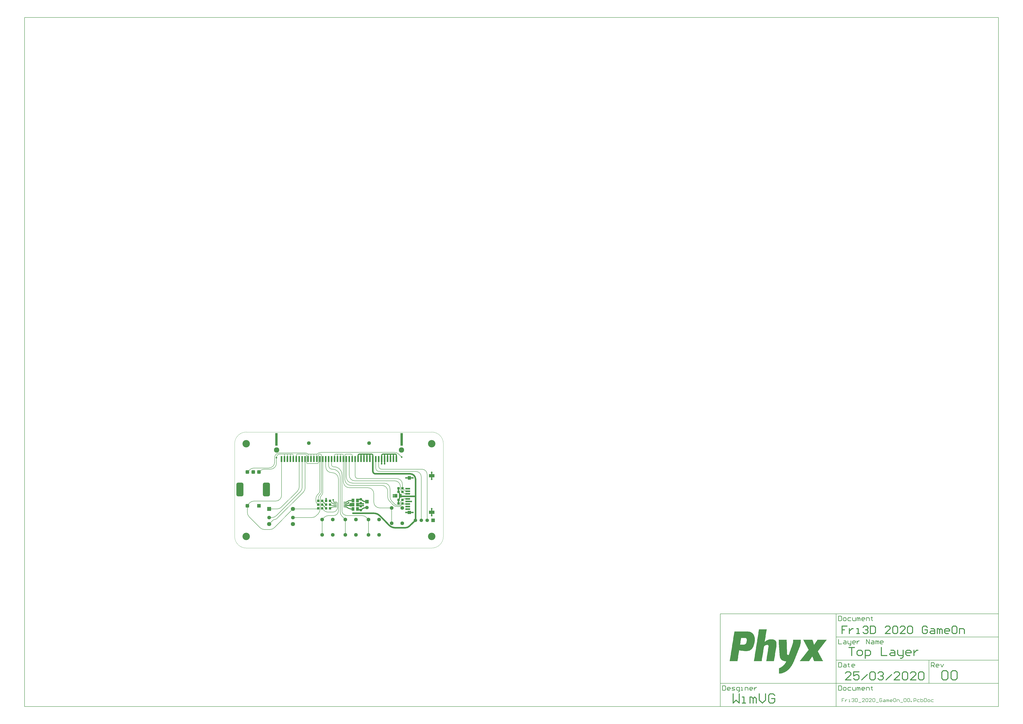
<source format=gtl>
G04*
G04 #@! TF.GenerationSoftware,Altium Limited,Altium Designer,20.0.13 (296)*
G04*
G04 Layer_Physical_Order=1*
G04 Layer_Color=3394611*
%FSLAX25Y25*%
%MOIN*%
G70*
G01*
G75*
%ADD11C,0.00591*%
%ADD12C,0.00787*%
%ADD14C,0.01575*%
%ADD15C,0.00394*%
%ADD16C,0.00984*%
%ADD17R,0.03150X0.09843*%
%ADD18R,0.04331X0.03937*%
%ADD19R,0.07874X0.02756*%
%ADD20R,0.05512X0.06299*%
%ADD21R,0.06299X0.05512*%
%ADD22R,0.09449X0.05512*%
%ADD23R,0.03937X0.04331*%
%ADD24R,0.04724X0.05906*%
%ADD25R,0.05118X0.05906*%
%ADD42C,0.06299*%
%ADD44R,0.06299X0.06299*%
%ADD48C,0.01968*%
%ADD49C,0.02756*%
%ADD50R,0.05315X0.01575*%
G04:AMPARAMS|DCode=51|XSize=43.31mil|YSize=216.54mil|CornerRadius=10.83mil|HoleSize=0mil|Usage=FLASHONLY|Rotation=0.000|XOffset=0mil|YOffset=0mil|HoleType=Round|Shape=RoundedRectangle|*
%AMROUNDEDRECTD51*
21,1,0.04331,0.19488,0,0,0.0*
21,1,0.02165,0.21654,0,0,0.0*
1,1,0.02165,0.01083,-0.09744*
1,1,0.02165,-0.01083,-0.09744*
1,1,0.02165,-0.01083,0.09744*
1,1,0.02165,0.01083,0.09744*
%
%ADD51ROUNDEDRECTD51*%
%ADD52C,0.09055*%
G04:AMPARAMS|DCode=53|XSize=118.11mil|YSize=236.22mil|CornerRadius=29.53mil|HoleSize=0mil|Usage=FLASHONLY|Rotation=0.000|XOffset=0mil|YOffset=0mil|HoleType=Round|Shape=RoundedRectangle|*
%AMROUNDEDRECTD53*
21,1,0.11811,0.17717,0,0,0.0*
21,1,0.05906,0.23622,0,0,0.0*
1,1,0.05906,0.02953,-0.08858*
1,1,0.05906,-0.02953,-0.08858*
1,1,0.05906,-0.02953,0.08858*
1,1,0.05906,0.02953,0.08858*
%
%ADD53ROUNDEDRECTD53*%
G04:AMPARAMS|DCode=54|XSize=62.99mil|YSize=62.99mil|CornerRadius=15.75mil|HoleSize=0mil|Usage=FLASHONLY|Rotation=0.000|XOffset=0mil|YOffset=0mil|HoleType=Round|Shape=RoundedRectangle|*
%AMROUNDEDRECTD54*
21,1,0.06299,0.03150,0,0,0.0*
21,1,0.03150,0.06299,0,0,0.0*
1,1,0.03150,0.01575,-0.01575*
1,1,0.03150,-0.01575,-0.01575*
1,1,0.03150,-0.01575,0.01575*
1,1,0.03150,0.01575,0.01575*
%
%ADD54ROUNDEDRECTD54*%
%ADD55C,0.05906*%
%ADD56R,0.05906X0.05906*%
%ADD57R,0.05906X0.05906*%
%ADD58C,0.12598*%
%ADD59C,0.07087*%
%ADD60R,0.07087X0.07087*%
%ADD61C,0.02756*%
G36*
X199114Y70669D02*
X195827D01*
X195574Y70774D01*
X195380Y70968D01*
X195276Y71221D01*
Y71358D01*
X195272Y71397D01*
X195242Y71468D01*
X195188Y71522D01*
X195117Y71551D01*
X195079Y71555D01*
X192717D01*
Y73524D01*
X193602D01*
X193929Y73556D01*
X194532Y73806D01*
X194994Y74267D01*
X195243Y74870D01*
X195276Y75197D01*
Y75471D01*
X195485Y75977D01*
X195873Y76365D01*
X196379Y76575D01*
X198622D01*
X199114Y70669D01*
D02*
G37*
G36*
X1005337Y-155808D02*
X1005050D01*
Y-156094D01*
X1004764D01*
Y-156380D01*
Y-156667D01*
X1004478D01*
Y-156953D01*
X1004192D01*
Y-157239D01*
X1003905D01*
Y-157526D01*
Y-157812D01*
X1003619D01*
Y-158098D01*
X1003333D01*
Y-158385D01*
X1003046D01*
Y-158671D01*
X1002760D01*
Y-158957D01*
Y-159244D01*
X1002474D01*
Y-159530D01*
X1002187D01*
Y-159816D01*
X1001901D01*
Y-160102D01*
Y-160389D01*
X1001615D01*
Y-160675D01*
X1001328D01*
Y-160961D01*
X1001042D01*
Y-161248D01*
X1000756D01*
Y-161534D01*
Y-161820D01*
X1000469D01*
Y-162107D01*
X1000183D01*
Y-162393D01*
X999897D01*
Y-162679D01*
Y-162966D01*
X999611D01*
Y-163252D01*
X999324D01*
Y-163538D01*
X999038D01*
Y-163824D01*
Y-164111D01*
X998752D01*
Y-164397D01*
X998465D01*
Y-164683D01*
X998179D01*
Y-164970D01*
X997893D01*
Y-165256D01*
Y-165542D01*
X997606D01*
Y-165829D01*
X997320D01*
Y-166115D01*
X997034D01*
Y-166401D01*
Y-166688D01*
X996747D01*
Y-166974D01*
X996461D01*
Y-167260D01*
X996175D01*
Y-167547D01*
Y-167833D01*
X995889D01*
Y-168119D01*
X995602D01*
Y-168405D01*
X995316D01*
Y-168692D01*
X995030D01*
Y-168978D01*
Y-169264D01*
X994743D01*
Y-169551D01*
X994457D01*
Y-169837D01*
X994171D01*
Y-170123D01*
Y-170410D01*
X993884D01*
Y-170696D01*
X993598D01*
Y-170982D01*
X993312D01*
Y-171269D01*
Y-171555D01*
X993025D01*
Y-171841D01*
X992739D01*
Y-172127D01*
X992453D01*
Y-172414D01*
X992166D01*
Y-172700D01*
Y-172986D01*
X991880D01*
Y-173273D01*
X991594D01*
Y-173559D01*
X991308D01*
Y-173845D01*
Y-174132D01*
X991021D01*
Y-174418D01*
X990735D01*
Y-174704D01*
X990449D01*
Y-174991D01*
X990162D01*
Y-175277D01*
Y-175563D01*
X990449D01*
Y-175850D01*
Y-176136D01*
X990735D01*
Y-176422D01*
Y-176709D01*
X991021D01*
Y-176995D01*
X991308D01*
Y-177281D01*
Y-177568D01*
X991594D01*
Y-177854D01*
Y-178140D01*
X991880D01*
Y-178426D01*
Y-178713D01*
X992166D01*
Y-178999D01*
Y-179285D01*
X992453D01*
Y-179572D01*
Y-179858D01*
X992739D01*
Y-180144D01*
Y-180431D01*
X993025D01*
Y-180717D01*
Y-181003D01*
X993312D01*
Y-181290D01*
Y-181576D01*
X993598D01*
Y-181862D01*
X993884D01*
Y-182149D01*
Y-182435D01*
X994171D01*
Y-182721D01*
Y-183007D01*
X994457D01*
Y-183294D01*
Y-183580D01*
X994743D01*
Y-183866D01*
Y-184153D01*
X995030D01*
Y-184439D01*
Y-184725D01*
X995316D01*
Y-185012D01*
Y-185298D01*
X995602D01*
Y-185584D01*
Y-185871D01*
X995889D01*
Y-186157D01*
X996175D01*
Y-186443D01*
Y-186730D01*
X996461D01*
Y-187016D01*
Y-187302D01*
X996747D01*
Y-187588D01*
Y-187875D01*
X997034D01*
Y-188161D01*
Y-188447D01*
X997320D01*
Y-188734D01*
Y-189020D01*
X997606D01*
Y-189306D01*
Y-189593D01*
X997893D01*
Y-189879D01*
Y-190165D01*
X998179D01*
Y-190452D01*
X998465D01*
Y-190738D01*
Y-191024D01*
X998752D01*
Y-191311D01*
Y-191597D01*
X999038D01*
Y-191883D01*
X983863D01*
Y-191597D01*
X983577D01*
Y-191311D01*
Y-191024D01*
Y-190738D01*
X983291D01*
Y-190452D01*
Y-190165D01*
Y-189879D01*
X983004D01*
Y-189593D01*
Y-189306D01*
X982718D01*
Y-189020D01*
Y-188734D01*
Y-188447D01*
X982432D01*
Y-188161D01*
Y-187875D01*
Y-187588D01*
X982146D01*
Y-187302D01*
Y-187016D01*
X981859D01*
Y-186730D01*
Y-186443D01*
Y-186157D01*
X981573D01*
Y-185871D01*
Y-185584D01*
Y-185298D01*
X981287D01*
Y-185012D01*
Y-184725D01*
Y-184439D01*
X981000D01*
Y-184153D01*
X980428D01*
Y-184439D01*
Y-184725D01*
X980141D01*
Y-185012D01*
X979855D01*
Y-185298D01*
Y-185584D01*
X979569D01*
Y-185871D01*
X979282D01*
Y-186157D01*
Y-186443D01*
X978996D01*
Y-186730D01*
X978710D01*
Y-187016D01*
Y-187302D01*
X978423D01*
Y-187588D01*
X978137D01*
Y-187875D01*
X977851D01*
Y-188161D01*
Y-188447D01*
X977565D01*
Y-188734D01*
X977278D01*
Y-189020D01*
Y-189306D01*
X976992D01*
Y-189593D01*
X976705D01*
Y-189879D01*
Y-190165D01*
X976419D01*
Y-190452D01*
X976133D01*
Y-190738D01*
Y-191024D01*
X975847D01*
Y-191311D01*
X975560D01*
Y-191597D01*
Y-191883D01*
X959527D01*
Y-191597D01*
X959813D01*
Y-191311D01*
X960099D01*
Y-191024D01*
X960386D01*
Y-190738D01*
X960672D01*
Y-190452D01*
Y-190165D01*
X960958D01*
Y-189879D01*
X961245D01*
Y-189593D01*
X961531D01*
Y-189306D01*
X961817D01*
Y-189020D01*
Y-188734D01*
X962104D01*
Y-188447D01*
X962390D01*
Y-188161D01*
X962676D01*
Y-187875D01*
Y-187588D01*
X962963D01*
Y-187302D01*
X963249D01*
Y-187016D01*
X963535D01*
Y-186730D01*
X963822D01*
Y-186443D01*
Y-186157D01*
X964108D01*
Y-185871D01*
X964394D01*
Y-185584D01*
X964680D01*
Y-185298D01*
X964967D01*
Y-185012D01*
Y-184725D01*
X965253D01*
Y-184439D01*
X965539D01*
Y-184153D01*
X965826D01*
Y-183866D01*
Y-183580D01*
X966112D01*
Y-183294D01*
X966398D01*
Y-183007D01*
X966685D01*
Y-182721D01*
X966971D01*
Y-182435D01*
Y-182149D01*
X967257D01*
Y-181862D01*
X967544D01*
Y-181576D01*
X967830D01*
Y-181290D01*
Y-181003D01*
X968116D01*
Y-180717D01*
X968402D01*
Y-180431D01*
X968689D01*
Y-180144D01*
X968975D01*
Y-179858D01*
Y-179572D01*
X969261D01*
Y-179285D01*
X969548D01*
Y-178999D01*
X969834D01*
Y-178713D01*
Y-178426D01*
X970120D01*
Y-178140D01*
X970407D01*
Y-177854D01*
X970693D01*
Y-177568D01*
X970979D01*
Y-177281D01*
Y-176995D01*
X971266D01*
Y-176709D01*
X971552D01*
Y-176422D01*
X971838D01*
Y-176136D01*
X972124D01*
Y-175850D01*
Y-175563D01*
X972411D01*
Y-175277D01*
X972697D01*
Y-174991D01*
X972983D01*
Y-174704D01*
Y-174418D01*
X973270D01*
Y-174132D01*
X973556D01*
Y-173845D01*
X973842D01*
Y-173559D01*
X974129D01*
Y-173273D01*
Y-172986D01*
X974415D01*
Y-172700D01*
Y-172414D01*
Y-172127D01*
X974129D01*
Y-171841D01*
X973842D01*
Y-171555D01*
Y-171269D01*
X973556D01*
Y-170982D01*
Y-170696D01*
X973270D01*
Y-170410D01*
Y-170123D01*
X972983D01*
Y-169837D01*
Y-169551D01*
X972697D01*
Y-169264D01*
Y-168978D01*
X972411D01*
Y-168692D01*
Y-168405D01*
X972124D01*
Y-168119D01*
X971838D01*
Y-167833D01*
Y-167547D01*
X971552D01*
Y-167260D01*
Y-166974D01*
X971266D01*
Y-166688D01*
Y-166401D01*
X970979D01*
Y-166115D01*
Y-165829D01*
X970693D01*
Y-165542D01*
Y-165256D01*
X970407D01*
Y-164970D01*
Y-164683D01*
X970120D01*
Y-164397D01*
X969834D01*
Y-164111D01*
Y-163824D01*
X969548D01*
Y-163538D01*
Y-163252D01*
X969261D01*
Y-162966D01*
Y-162679D01*
X968975D01*
Y-162393D01*
Y-162107D01*
X968689D01*
Y-161820D01*
Y-161534D01*
X968402D01*
Y-161248D01*
Y-160961D01*
X968116D01*
Y-160675D01*
Y-160389D01*
X967830D01*
Y-160102D01*
X967544D01*
Y-159816D01*
Y-159530D01*
X967257D01*
Y-159244D01*
Y-158957D01*
X966971D01*
Y-158671D01*
Y-158385D01*
X966685D01*
Y-158098D01*
Y-157812D01*
X966398D01*
Y-157526D01*
Y-157239D01*
X966112D01*
Y-156953D01*
Y-156667D01*
X965826D01*
Y-156380D01*
X965539D01*
Y-156094D01*
Y-155808D01*
X965253D01*
Y-155521D01*
X981000D01*
Y-155808D01*
X981287D01*
Y-156094D01*
Y-156380D01*
Y-156667D01*
X981573D01*
Y-156953D01*
Y-157239D01*
Y-157526D01*
X981859D01*
Y-157812D01*
Y-158098D01*
Y-158385D01*
X982146D01*
Y-158671D01*
Y-158957D01*
Y-159244D01*
X982432D01*
Y-159530D01*
Y-159816D01*
Y-160102D01*
X982718D01*
Y-160389D01*
Y-160675D01*
Y-160961D01*
X983004D01*
Y-161248D01*
Y-161534D01*
Y-161820D01*
X983291D01*
Y-162107D01*
Y-162393D01*
Y-162679D01*
X983577D01*
Y-162966D01*
Y-163252D01*
Y-163538D01*
Y-163824D01*
X984150D01*
Y-163538D01*
X984436D01*
Y-163252D01*
X984722D01*
Y-162966D01*
Y-162679D01*
X985009D01*
Y-162393D01*
X985295D01*
Y-162107D01*
Y-161820D01*
X985581D01*
Y-161534D01*
X985868D01*
Y-161248D01*
Y-160961D01*
X986154D01*
Y-160675D01*
X986440D01*
Y-160389D01*
Y-160102D01*
X986726D01*
Y-159816D01*
X987013D01*
Y-159530D01*
Y-159244D01*
X987299D01*
Y-158957D01*
X987585D01*
Y-158671D01*
Y-158385D01*
X987872D01*
Y-158098D01*
X988158D01*
Y-157812D01*
Y-157526D01*
X988444D01*
Y-157239D01*
X988731D01*
Y-156953D01*
Y-156667D01*
X989017D01*
Y-156380D01*
X989303D01*
Y-156094D01*
Y-155808D01*
X989590D01*
Y-155521D01*
X1005337D01*
Y-155808D01*
D02*
G37*
G36*
X872201Y-141778D02*
X873919D01*
Y-142065D01*
X874778D01*
Y-142351D01*
X875637D01*
Y-142637D01*
X876496D01*
Y-142924D01*
X877069D01*
Y-143210D01*
X877355D01*
Y-143496D01*
X877928D01*
Y-143783D01*
X878214D01*
Y-144069D01*
X878786D01*
Y-144355D01*
X879073D01*
Y-144641D01*
X879359D01*
Y-144928D01*
X879646D01*
Y-145214D01*
X879932D01*
Y-145501D01*
X880218D01*
Y-145787D01*
X880504D01*
Y-146073D01*
Y-146359D01*
X880791D01*
Y-146646D01*
X881077D01*
Y-146932D01*
Y-147218D01*
X881363D01*
Y-147505D01*
X881650D01*
Y-147791D01*
Y-148077D01*
X881936D01*
Y-148364D01*
Y-148650D01*
Y-148936D01*
X882222D01*
Y-149223D01*
Y-149509D01*
Y-149795D01*
X882509D01*
Y-150082D01*
Y-150368D01*
Y-150654D01*
Y-150940D01*
X882795D01*
Y-151227D01*
Y-151513D01*
Y-151799D01*
Y-152086D01*
Y-152372D01*
X883081D01*
Y-152658D01*
Y-152945D01*
Y-153231D01*
Y-153517D01*
Y-153804D01*
Y-154090D01*
Y-154376D01*
Y-154663D01*
Y-154949D01*
Y-155235D01*
Y-155521D01*
Y-155808D01*
Y-156094D01*
Y-156380D01*
Y-156667D01*
Y-156953D01*
Y-157239D01*
Y-157526D01*
Y-157812D01*
Y-158098D01*
X882795D01*
Y-158385D01*
Y-158671D01*
Y-158957D01*
Y-159244D01*
Y-159530D01*
Y-159816D01*
Y-160102D01*
X882509D01*
Y-160389D01*
Y-160675D01*
Y-160961D01*
Y-161248D01*
Y-161534D01*
X882222D01*
Y-161820D01*
Y-162107D01*
Y-162393D01*
Y-162679D01*
Y-162966D01*
X881936D01*
Y-163252D01*
Y-163538D01*
Y-163824D01*
X881650D01*
Y-164111D01*
Y-164397D01*
Y-164683D01*
Y-164970D01*
X881363D01*
Y-165256D01*
Y-165542D01*
Y-165829D01*
X881077D01*
Y-166115D01*
Y-166401D01*
X880791D01*
Y-166688D01*
Y-166974D01*
Y-167260D01*
X880504D01*
Y-167547D01*
Y-167833D01*
X880218D01*
Y-168119D01*
Y-168405D01*
X879932D01*
Y-168692D01*
Y-168978D01*
X879646D01*
Y-169264D01*
X879359D01*
Y-169551D01*
Y-169837D01*
X879073D01*
Y-170123D01*
X878786D01*
Y-170410D01*
X878500D01*
Y-170696D01*
Y-170982D01*
X878214D01*
Y-171269D01*
X877928D01*
Y-171555D01*
X877641D01*
Y-171841D01*
X877355D01*
Y-172127D01*
X877069D01*
Y-172414D01*
X876496D01*
Y-172700D01*
X876210D01*
Y-172986D01*
X875637D01*
Y-173273D01*
X875351D01*
Y-173559D01*
X874778D01*
Y-173845D01*
X873919D01*
Y-174132D01*
X873060D01*
Y-174418D01*
X872201D01*
Y-174704D01*
X870483D01*
Y-174991D01*
X865330D01*
Y-174704D01*
X862753D01*
Y-174418D01*
X860749D01*
Y-174132D01*
X859317D01*
Y-173845D01*
X857886D01*
Y-173559D01*
X856454D01*
Y-173845D01*
Y-174132D01*
Y-174418D01*
Y-174704D01*
Y-174991D01*
Y-175277D01*
Y-175563D01*
X856168D01*
Y-175850D01*
Y-176136D01*
Y-176422D01*
Y-176709D01*
Y-176995D01*
Y-177281D01*
X855882D01*
Y-177568D01*
Y-177854D01*
Y-178140D01*
Y-178426D01*
Y-178713D01*
Y-178999D01*
X855595D01*
Y-179285D01*
Y-179572D01*
Y-179858D01*
Y-180144D01*
Y-180431D01*
Y-180717D01*
Y-181003D01*
X855309D01*
Y-181290D01*
Y-181576D01*
Y-181862D01*
Y-182149D01*
Y-182435D01*
Y-182721D01*
X855023D01*
Y-183007D01*
Y-183294D01*
Y-183580D01*
Y-183866D01*
Y-184153D01*
Y-184439D01*
X854736D01*
Y-184725D01*
Y-185012D01*
Y-185298D01*
Y-185584D01*
Y-185871D01*
Y-186157D01*
Y-186443D01*
X854450D01*
Y-186730D01*
Y-187016D01*
Y-187302D01*
Y-187588D01*
Y-187875D01*
Y-188161D01*
X854164D01*
Y-188447D01*
Y-188734D01*
Y-189020D01*
Y-189306D01*
Y-189593D01*
Y-189879D01*
X853877D01*
Y-190165D01*
Y-190452D01*
Y-190738D01*
Y-191024D01*
Y-191311D01*
Y-191597D01*
Y-191883D01*
X840421D01*
Y-191597D01*
X840707D01*
Y-191311D01*
Y-191024D01*
Y-190738D01*
Y-190452D01*
Y-190165D01*
X840993D01*
Y-189879D01*
Y-189593D01*
Y-189306D01*
Y-189020D01*
Y-188734D01*
Y-188447D01*
Y-188161D01*
X841280D01*
Y-187875D01*
Y-187588D01*
Y-187302D01*
Y-187016D01*
Y-186730D01*
Y-186443D01*
X841566D01*
Y-186157D01*
Y-185871D01*
Y-185584D01*
Y-185298D01*
Y-185012D01*
Y-184725D01*
X841852D01*
Y-184439D01*
Y-184153D01*
Y-183866D01*
Y-183580D01*
Y-183294D01*
Y-183007D01*
Y-182721D01*
X842138D01*
Y-182435D01*
Y-182149D01*
Y-181862D01*
Y-181576D01*
Y-181290D01*
Y-181003D01*
X842425D01*
Y-180717D01*
Y-180431D01*
Y-180144D01*
Y-179858D01*
Y-179572D01*
Y-179285D01*
X842711D01*
Y-178999D01*
Y-178713D01*
Y-178426D01*
Y-178140D01*
Y-177854D01*
Y-177568D01*
X842997D01*
Y-177281D01*
Y-176995D01*
Y-176709D01*
Y-176422D01*
Y-176136D01*
Y-175850D01*
Y-175563D01*
X843284D01*
Y-175277D01*
Y-174991D01*
Y-174704D01*
Y-174418D01*
Y-174132D01*
Y-173845D01*
X843570D01*
Y-173559D01*
Y-173273D01*
Y-172986D01*
Y-172700D01*
Y-172414D01*
Y-172127D01*
X843856D01*
Y-171841D01*
Y-171555D01*
Y-171269D01*
Y-170982D01*
Y-170696D01*
Y-170410D01*
X844143D01*
Y-170123D01*
Y-169837D01*
Y-169551D01*
Y-169264D01*
Y-168978D01*
Y-168692D01*
Y-168405D01*
X844429D01*
Y-168119D01*
Y-167833D01*
Y-167547D01*
Y-167260D01*
Y-166974D01*
Y-166688D01*
X844715D01*
Y-166401D01*
Y-166115D01*
Y-165829D01*
Y-165542D01*
Y-165256D01*
Y-164970D01*
X845002D01*
Y-164683D01*
Y-164397D01*
Y-164111D01*
Y-163824D01*
Y-163538D01*
Y-163252D01*
Y-162966D01*
X845288D01*
Y-162679D01*
Y-162393D01*
Y-162107D01*
Y-161820D01*
Y-161534D01*
Y-161248D01*
X845574D01*
Y-160961D01*
Y-160675D01*
Y-160389D01*
Y-160102D01*
Y-159816D01*
Y-159530D01*
X845861D01*
Y-159244D01*
Y-158957D01*
Y-158671D01*
Y-158385D01*
Y-158098D01*
Y-157812D01*
X846147D01*
Y-157526D01*
Y-157239D01*
Y-156953D01*
Y-156667D01*
Y-156380D01*
Y-156094D01*
Y-155808D01*
X846433D01*
Y-155521D01*
Y-155235D01*
Y-154949D01*
Y-154663D01*
Y-154376D01*
Y-154090D01*
X846719D01*
Y-153804D01*
Y-153517D01*
Y-153231D01*
Y-152945D01*
Y-152658D01*
Y-152372D01*
X847006D01*
Y-152086D01*
Y-151799D01*
Y-151513D01*
Y-151227D01*
Y-150940D01*
Y-150654D01*
Y-150368D01*
X847292D01*
Y-150082D01*
Y-149795D01*
Y-149509D01*
Y-149223D01*
Y-148936D01*
Y-148650D01*
X847578D01*
Y-148364D01*
Y-148077D01*
Y-147791D01*
Y-147505D01*
Y-147218D01*
Y-146932D01*
X847865D01*
Y-146646D01*
Y-146359D01*
Y-146073D01*
Y-145787D01*
Y-145501D01*
Y-145214D01*
Y-144928D01*
X848151D01*
Y-144641D01*
Y-144355D01*
Y-144069D01*
Y-143783D01*
Y-143496D01*
Y-143210D01*
X848437D01*
Y-142924D01*
Y-142637D01*
Y-142351D01*
Y-142065D01*
Y-141778D01*
Y-141492D01*
X872201D01*
Y-141778D01*
D02*
G37*
G36*
X961245Y-155808D02*
Y-156094D01*
Y-156380D01*
Y-156667D01*
Y-156953D01*
Y-157239D01*
Y-157526D01*
Y-157812D01*
Y-158098D01*
Y-158385D01*
Y-158671D01*
Y-158957D01*
Y-159244D01*
Y-159530D01*
Y-159816D01*
Y-160102D01*
Y-160389D01*
Y-160675D01*
Y-160961D01*
Y-161248D01*
Y-161534D01*
X960958D01*
Y-161820D01*
Y-162107D01*
Y-162393D01*
Y-162679D01*
Y-162966D01*
X960672D01*
Y-163252D01*
Y-163538D01*
Y-163824D01*
Y-164111D01*
X960386D01*
Y-164397D01*
Y-164683D01*
Y-164970D01*
Y-165256D01*
X960099D01*
Y-165542D01*
Y-165829D01*
Y-166115D01*
X959813D01*
Y-166401D01*
Y-166688D01*
Y-166974D01*
X959527D01*
Y-167260D01*
Y-167547D01*
Y-167833D01*
X959241D01*
Y-168119D01*
Y-168405D01*
Y-168692D01*
X958954D01*
Y-168978D01*
Y-169264D01*
X958668D01*
Y-169551D01*
Y-169837D01*
X958381D01*
Y-170123D01*
Y-170410D01*
Y-170696D01*
X958095D01*
Y-170982D01*
Y-171269D01*
X957809D01*
Y-171555D01*
Y-171841D01*
Y-172127D01*
X957523D01*
Y-172414D01*
Y-172700D01*
X957236D01*
Y-172986D01*
Y-173273D01*
Y-173559D01*
X956950D01*
Y-173845D01*
Y-174132D01*
X956664D01*
Y-174418D01*
Y-174704D01*
Y-174991D01*
X956377D01*
Y-175277D01*
Y-175563D01*
X956091D01*
Y-175850D01*
Y-176136D01*
Y-176422D01*
X955805D01*
Y-176709D01*
Y-176995D01*
X955518D01*
Y-177281D01*
Y-177568D01*
Y-177854D01*
X955232D01*
Y-178140D01*
Y-178426D01*
X954946D01*
Y-178713D01*
Y-178999D01*
Y-179285D01*
X954659D01*
Y-179572D01*
Y-179858D01*
X954373D01*
Y-180144D01*
Y-180431D01*
Y-180717D01*
X954087D01*
Y-181003D01*
Y-181290D01*
X953800D01*
Y-181576D01*
Y-181862D01*
Y-182149D01*
X953514D01*
Y-182435D01*
Y-182721D01*
X953228D01*
Y-183007D01*
Y-183294D01*
Y-183580D01*
X952942D01*
Y-183866D01*
Y-184153D01*
X952655D01*
Y-184439D01*
Y-184725D01*
Y-185012D01*
X952369D01*
Y-185298D01*
Y-185584D01*
X952083D01*
Y-185871D01*
Y-186157D01*
Y-186443D01*
X951796D01*
Y-186730D01*
Y-187016D01*
X951510D01*
Y-187302D01*
Y-187588D01*
Y-187875D01*
X951224D01*
Y-188161D01*
Y-188447D01*
X950937D01*
Y-188734D01*
Y-189020D01*
Y-189306D01*
X950651D01*
Y-189593D01*
Y-189879D01*
X950365D01*
Y-190165D01*
Y-190452D01*
Y-190738D01*
X950078D01*
Y-191024D01*
Y-191311D01*
X949792D01*
Y-191597D01*
Y-191883D01*
Y-192169D01*
X949506D01*
Y-192456D01*
Y-192742D01*
X949220D01*
Y-193028D01*
Y-193315D01*
X948933D01*
Y-193601D01*
Y-193887D01*
X948647D01*
Y-194174D01*
Y-194460D01*
Y-194746D01*
X948361D01*
Y-195033D01*
X948074D01*
Y-195319D01*
Y-195605D01*
Y-195891D01*
X947788D01*
Y-196178D01*
X947502D01*
Y-196464D01*
Y-196750D01*
X947215D01*
Y-197037D01*
Y-197323D01*
X946929D01*
Y-197609D01*
Y-197896D01*
X946643D01*
Y-198182D01*
Y-198468D01*
X946356D01*
Y-198755D01*
X946070D01*
Y-199041D01*
Y-199327D01*
X945784D01*
Y-199614D01*
Y-199900D01*
X945497D01*
Y-200186D01*
X945211D01*
Y-200472D01*
X944925D01*
Y-200759D01*
Y-201045D01*
X944639D01*
Y-201331D01*
X944352D01*
Y-201618D01*
Y-201904D01*
X944066D01*
Y-202190D01*
X943780D01*
Y-202477D01*
X943493D01*
Y-202763D01*
Y-203049D01*
X943207D01*
Y-203336D01*
X942921D01*
Y-203622D01*
X942634D01*
Y-203908D01*
X942348D01*
Y-204195D01*
X942062D01*
Y-204481D01*
Y-204767D01*
X941775D01*
Y-205053D01*
X941489D01*
Y-205340D01*
X941203D01*
Y-205626D01*
X940916D01*
Y-205912D01*
X940630D01*
Y-206199D01*
X940344D01*
Y-206485D01*
X940057D01*
Y-206771D01*
X939485D01*
Y-207058D01*
X939199D01*
Y-207344D01*
X938912D01*
Y-207630D01*
X938626D01*
Y-207917D01*
X938340D01*
Y-208203D01*
X937767D01*
Y-208489D01*
X937481D01*
Y-208776D01*
X936908D01*
Y-209062D01*
X936622D01*
Y-209348D01*
X936049D01*
Y-209634D01*
X935763D01*
Y-209921D01*
X935190D01*
Y-210207D01*
X934618D01*
Y-210493D01*
X934045D01*
Y-210780D01*
X933472D01*
Y-211066D01*
X932900D01*
Y-211352D01*
X932041D01*
Y-211639D01*
X931468D01*
Y-211925D01*
X930609D01*
Y-212211D01*
X929464D01*
Y-212498D01*
X928319D01*
Y-212784D01*
X926601D01*
Y-213070D01*
X924597D01*
Y-213357D01*
X924310D01*
Y-213070D01*
Y-212784D01*
Y-212498D01*
Y-212211D01*
Y-211925D01*
Y-211639D01*
Y-211352D01*
Y-211066D01*
Y-210780D01*
Y-210493D01*
Y-210207D01*
Y-209921D01*
Y-209634D01*
Y-209348D01*
Y-209062D01*
Y-208776D01*
Y-208489D01*
Y-208203D01*
Y-207917D01*
Y-207630D01*
Y-207344D01*
Y-207058D01*
Y-206771D01*
Y-206485D01*
Y-206199D01*
Y-205912D01*
Y-205626D01*
Y-205340D01*
Y-205053D01*
Y-204767D01*
Y-204481D01*
Y-204195D01*
Y-203908D01*
X924883D01*
Y-203622D01*
X925455D01*
Y-203336D01*
X926028D01*
Y-203049D01*
X926601D01*
Y-202763D01*
X927173D01*
Y-202477D01*
X927746D01*
Y-202190D01*
X928032D01*
Y-201904D01*
X928605D01*
Y-201618D01*
X928891D01*
Y-201331D01*
X929464D01*
Y-201045D01*
X929750D01*
Y-200759D01*
X930037D01*
Y-200472D01*
X930609D01*
Y-200186D01*
X930896D01*
Y-199900D01*
X931182D01*
Y-199614D01*
X931468D01*
Y-199327D01*
X931754D01*
Y-199041D01*
X932041D01*
Y-198755D01*
X932327D01*
Y-198468D01*
X932613D01*
Y-198182D01*
X932900D01*
Y-197896D01*
X933186D01*
Y-197609D01*
X933472D01*
Y-197323D01*
X933759D01*
Y-197037D01*
Y-196750D01*
X934045D01*
Y-196464D01*
X934331D01*
Y-196178D01*
X934618D01*
Y-195891D01*
Y-195605D01*
X934904D01*
Y-195319D01*
X935190D01*
Y-195033D01*
Y-194746D01*
X935476D01*
Y-194460D01*
Y-194174D01*
X935763D01*
Y-193887D01*
X936049D01*
Y-193601D01*
Y-193315D01*
X936335D01*
Y-193028D01*
Y-192742D01*
X936622D01*
Y-192456D01*
Y-192169D01*
X934904D01*
Y-191883D01*
X932900D01*
Y-191597D01*
X931754D01*
Y-191311D01*
X931182D01*
Y-191024D01*
X930323D01*
Y-190738D01*
X929750D01*
Y-190452D01*
X929464D01*
Y-190165D01*
X928891D01*
Y-189879D01*
X928605D01*
Y-189593D01*
X928319D01*
Y-189306D01*
X928032D01*
Y-189020D01*
X927746D01*
Y-188734D01*
X927460D01*
Y-188447D01*
Y-188161D01*
X927173D01*
Y-187875D01*
X926887D01*
Y-187588D01*
Y-187302D01*
X926601D01*
Y-187016D01*
Y-186730D01*
X926315D01*
Y-186443D01*
Y-186157D01*
X926028D01*
Y-185871D01*
Y-185584D01*
Y-185298D01*
X925742D01*
Y-185012D01*
Y-184725D01*
Y-184439D01*
Y-184153D01*
X925455D01*
Y-183866D01*
Y-183580D01*
Y-183294D01*
Y-183007D01*
Y-182721D01*
Y-182435D01*
Y-182149D01*
X925169D01*
Y-181862D01*
Y-181576D01*
Y-181290D01*
Y-181003D01*
Y-180717D01*
Y-180431D01*
Y-180144D01*
Y-179858D01*
Y-179572D01*
Y-179285D01*
Y-178999D01*
Y-178713D01*
Y-178426D01*
Y-178140D01*
Y-177854D01*
X924883D01*
Y-177568D01*
Y-177281D01*
Y-176995D01*
Y-176709D01*
Y-176422D01*
Y-176136D01*
Y-175850D01*
Y-175563D01*
Y-175277D01*
Y-174991D01*
Y-174704D01*
Y-174418D01*
Y-174132D01*
Y-173845D01*
Y-173559D01*
X924597D01*
Y-173273D01*
Y-172986D01*
Y-172700D01*
Y-172414D01*
Y-172127D01*
Y-171841D01*
Y-171555D01*
Y-171269D01*
Y-170982D01*
Y-170696D01*
Y-170410D01*
Y-170123D01*
Y-169837D01*
Y-169551D01*
Y-169264D01*
Y-168978D01*
X924310D01*
Y-168692D01*
Y-168405D01*
Y-168119D01*
Y-167833D01*
Y-167547D01*
Y-167260D01*
Y-166974D01*
Y-166688D01*
Y-166401D01*
Y-166115D01*
Y-165829D01*
Y-165542D01*
Y-165256D01*
Y-164970D01*
Y-164683D01*
Y-164397D01*
X924024D01*
Y-164111D01*
Y-163824D01*
Y-163538D01*
Y-163252D01*
Y-162966D01*
Y-162679D01*
Y-162393D01*
Y-162107D01*
Y-161820D01*
Y-161534D01*
Y-161248D01*
Y-160961D01*
Y-160675D01*
Y-160389D01*
X923738D01*
Y-160102D01*
Y-159816D01*
Y-159530D01*
Y-159244D01*
Y-158957D01*
Y-158671D01*
Y-158385D01*
Y-158098D01*
Y-157812D01*
Y-157526D01*
Y-157239D01*
Y-156953D01*
Y-156667D01*
Y-156380D01*
Y-156094D01*
Y-155808D01*
X923451D01*
Y-155521D01*
X937194D01*
Y-155808D01*
Y-156094D01*
Y-156380D01*
Y-156667D01*
Y-156953D01*
Y-157239D01*
Y-157526D01*
Y-157812D01*
Y-158098D01*
Y-158385D01*
Y-158671D01*
Y-158957D01*
Y-159244D01*
Y-159530D01*
X937481D01*
Y-159816D01*
Y-160102D01*
Y-160389D01*
Y-160675D01*
Y-160961D01*
Y-161248D01*
Y-161534D01*
Y-161820D01*
Y-162107D01*
Y-162393D01*
Y-162679D01*
Y-162966D01*
Y-163252D01*
Y-163538D01*
Y-163824D01*
Y-164111D01*
Y-164397D01*
Y-164683D01*
Y-164970D01*
Y-165256D01*
Y-165542D01*
Y-165829D01*
Y-166115D01*
Y-166401D01*
Y-166688D01*
Y-166974D01*
Y-167260D01*
Y-167547D01*
Y-167833D01*
Y-168119D01*
Y-168405D01*
Y-168692D01*
Y-168978D01*
Y-169264D01*
Y-169551D01*
Y-169837D01*
Y-170123D01*
Y-170410D01*
Y-170696D01*
Y-170982D01*
Y-171269D01*
X937767D01*
Y-171555D01*
X937481D01*
Y-171841D01*
Y-172127D01*
X937767D01*
Y-172414D01*
Y-172700D01*
Y-172986D01*
Y-173273D01*
Y-173559D01*
Y-173845D01*
Y-174132D01*
Y-174418D01*
Y-174704D01*
Y-174991D01*
Y-175277D01*
Y-175563D01*
Y-175850D01*
Y-176136D01*
Y-176422D01*
Y-176709D01*
Y-176995D01*
Y-177281D01*
Y-177568D01*
Y-177854D01*
Y-178140D01*
Y-178426D01*
Y-178713D01*
Y-178999D01*
Y-179285D01*
Y-179572D01*
X938053D01*
Y-179858D01*
Y-180144D01*
Y-180431D01*
X938340D01*
Y-180717D01*
X938626D01*
Y-181003D01*
X938912D01*
Y-181290D01*
X939771D01*
Y-181576D01*
X940630D01*
Y-181290D01*
X940916D01*
Y-181003D01*
Y-180717D01*
Y-180431D01*
X941203D01*
Y-180144D01*
Y-179858D01*
X941489D01*
Y-179572D01*
Y-179285D01*
Y-178999D01*
X941775D01*
Y-178713D01*
Y-178426D01*
Y-178140D01*
X942062D01*
Y-177854D01*
Y-177568D01*
Y-177281D01*
X942348D01*
Y-176995D01*
Y-176709D01*
Y-176422D01*
X942634D01*
Y-176136D01*
Y-175850D01*
X942921D01*
Y-175563D01*
Y-175277D01*
Y-174991D01*
X943207D01*
Y-174704D01*
Y-174418D01*
Y-174132D01*
X943493D01*
Y-173845D01*
Y-173559D01*
Y-173273D01*
X943780D01*
Y-172986D01*
Y-172700D01*
X944066D01*
Y-172414D01*
Y-172127D01*
Y-171841D01*
X944352D01*
Y-171555D01*
Y-171269D01*
Y-170982D01*
X944639D01*
Y-170696D01*
Y-170410D01*
Y-170123D01*
X944925D01*
Y-169837D01*
Y-169551D01*
X945211D01*
Y-169264D01*
Y-168978D01*
Y-168692D01*
X945497D01*
Y-168405D01*
Y-168119D01*
Y-167833D01*
X945784D01*
Y-167547D01*
Y-167260D01*
Y-166974D01*
X946070D01*
Y-166688D01*
Y-166401D01*
X946356D01*
Y-166115D01*
Y-165829D01*
Y-165542D01*
X946643D01*
Y-165256D01*
Y-164970D01*
Y-164683D01*
X946929D01*
Y-164397D01*
Y-164111D01*
Y-163824D01*
X947215D01*
Y-163538D01*
Y-163252D01*
Y-162966D01*
Y-162679D01*
X947502D01*
Y-162393D01*
Y-162107D01*
Y-161820D01*
Y-161534D01*
X947788D01*
Y-161248D01*
Y-160961D01*
Y-160675D01*
Y-160389D01*
Y-160102D01*
X948074D01*
Y-159816D01*
Y-159530D01*
Y-159244D01*
Y-158957D01*
Y-158671D01*
Y-158385D01*
X948361D01*
Y-158098D01*
Y-157812D01*
Y-157526D01*
Y-157239D01*
Y-156953D01*
Y-156667D01*
Y-156380D01*
Y-156094D01*
Y-155808D01*
Y-155521D01*
X961245D01*
Y-155808D01*
D02*
G37*
G36*
X903409Y-138343D02*
Y-138629D01*
X903123D01*
Y-138915D01*
Y-139202D01*
Y-139488D01*
Y-139774D01*
Y-140060D01*
Y-140347D01*
X902837D01*
Y-140633D01*
Y-140919D01*
Y-141206D01*
Y-141492D01*
Y-141778D01*
Y-142065D01*
X902551D01*
Y-142351D01*
Y-142637D01*
Y-142924D01*
Y-143210D01*
Y-143496D01*
Y-143783D01*
Y-144069D01*
X902264D01*
Y-144355D01*
Y-144641D01*
Y-144928D01*
Y-145214D01*
Y-145501D01*
Y-145787D01*
X901978D01*
Y-146073D01*
Y-146359D01*
Y-146646D01*
Y-146932D01*
Y-147218D01*
Y-147505D01*
X901692D01*
Y-147791D01*
Y-148077D01*
Y-148364D01*
Y-148650D01*
Y-148936D01*
Y-149223D01*
Y-149509D01*
X901405D01*
Y-149795D01*
Y-150082D01*
Y-150368D01*
Y-150654D01*
Y-150940D01*
Y-151227D01*
X901119D01*
Y-151513D01*
Y-151799D01*
Y-152086D01*
Y-152372D01*
Y-152658D01*
Y-152945D01*
X900833D01*
Y-153231D01*
Y-153517D01*
Y-153804D01*
Y-154090D01*
Y-154376D01*
Y-154663D01*
X900546D01*
Y-154949D01*
Y-155235D01*
Y-155521D01*
Y-155808D01*
Y-156094D01*
Y-156380D01*
Y-156667D01*
X900260D01*
Y-156953D01*
Y-157239D01*
Y-157526D01*
Y-157812D01*
Y-158098D01*
Y-158385D01*
X899974D01*
Y-158671D01*
Y-158957D01*
X900546D01*
Y-158671D01*
X900833D01*
Y-158385D01*
X901119D01*
Y-158098D01*
X901692D01*
Y-157812D01*
X901978D01*
Y-157526D01*
X902264D01*
Y-157239D01*
X902837D01*
Y-156953D01*
X903409D01*
Y-156667D01*
X903696D01*
Y-156380D01*
X904268D01*
Y-156094D01*
X905127D01*
Y-155808D01*
X905700D01*
Y-155521D01*
X906559D01*
Y-155235D01*
X907990D01*
Y-154949D01*
X914289D01*
Y-155235D01*
X915435D01*
Y-155521D01*
X916294D01*
Y-155808D01*
X916866D01*
Y-156094D01*
X917153D01*
Y-156380D01*
X917725D01*
Y-156667D01*
X918011D01*
Y-156953D01*
X918298D01*
Y-157239D01*
X918584D01*
Y-157526D01*
X918870D01*
Y-157812D01*
Y-158098D01*
X919157D01*
Y-158385D01*
Y-158671D01*
X919443D01*
Y-158957D01*
Y-159244D01*
Y-159530D01*
X919729D01*
Y-159816D01*
Y-160102D01*
Y-160389D01*
Y-160675D01*
X920016D01*
Y-160961D01*
Y-161248D01*
Y-161534D01*
Y-161820D01*
Y-162107D01*
Y-162393D01*
Y-162679D01*
Y-162966D01*
Y-163252D01*
Y-163538D01*
Y-163824D01*
Y-164111D01*
Y-164397D01*
Y-164683D01*
Y-164970D01*
Y-165256D01*
Y-165542D01*
Y-165829D01*
X919729D01*
Y-166115D01*
Y-166401D01*
Y-166688D01*
Y-166974D01*
Y-167260D01*
Y-167547D01*
Y-167833D01*
X919443D01*
Y-168119D01*
Y-168405D01*
Y-168692D01*
Y-168978D01*
Y-169264D01*
Y-169551D01*
Y-169837D01*
X919157D01*
Y-170123D01*
Y-170410D01*
Y-170696D01*
Y-170982D01*
Y-171269D01*
Y-171555D01*
X918870D01*
Y-171841D01*
Y-172127D01*
Y-172414D01*
Y-172700D01*
Y-172986D01*
Y-173273D01*
X918584D01*
Y-173559D01*
Y-173845D01*
Y-174132D01*
Y-174418D01*
Y-174704D01*
Y-174991D01*
X918298D01*
Y-175277D01*
Y-175563D01*
Y-175850D01*
Y-176136D01*
Y-176422D01*
Y-176709D01*
Y-176995D01*
X918011D01*
Y-177281D01*
Y-177568D01*
Y-177854D01*
Y-178140D01*
Y-178426D01*
Y-178713D01*
X917725D01*
Y-178999D01*
Y-179285D01*
Y-179572D01*
Y-179858D01*
Y-180144D01*
Y-180431D01*
X917439D01*
Y-180717D01*
Y-181003D01*
Y-181290D01*
Y-181576D01*
Y-181862D01*
Y-182149D01*
Y-182435D01*
X917153D01*
Y-182721D01*
Y-183007D01*
Y-183294D01*
Y-183580D01*
Y-183866D01*
Y-184153D01*
X916866D01*
Y-184439D01*
Y-184725D01*
Y-185012D01*
Y-185298D01*
Y-185584D01*
Y-185871D01*
X916580D01*
Y-186157D01*
Y-186443D01*
Y-186730D01*
Y-187016D01*
Y-187302D01*
Y-187588D01*
X916294D01*
Y-187875D01*
Y-188161D01*
Y-188447D01*
Y-188734D01*
Y-189020D01*
Y-189306D01*
Y-189593D01*
X916007D01*
Y-189879D01*
Y-190165D01*
Y-190452D01*
Y-190738D01*
Y-191024D01*
Y-191311D01*
X915721D01*
Y-191597D01*
Y-191883D01*
X902551D01*
Y-191597D01*
Y-191311D01*
X902837D01*
Y-191024D01*
Y-190738D01*
Y-190452D01*
Y-190165D01*
Y-189879D01*
Y-189593D01*
X903123D01*
Y-189306D01*
Y-189020D01*
Y-188734D01*
Y-188447D01*
Y-188161D01*
Y-187875D01*
Y-187588D01*
X903409D01*
Y-187302D01*
Y-187016D01*
Y-186730D01*
Y-186443D01*
Y-186157D01*
Y-185871D01*
X903696D01*
Y-185584D01*
Y-185298D01*
Y-185012D01*
Y-184725D01*
Y-184439D01*
Y-184153D01*
X903982D01*
Y-183866D01*
Y-183580D01*
Y-183294D01*
Y-183007D01*
Y-182721D01*
Y-182435D01*
Y-182149D01*
X904268D01*
Y-181862D01*
Y-181576D01*
Y-181290D01*
Y-181003D01*
Y-180717D01*
Y-180431D01*
X904555D01*
Y-180144D01*
Y-179858D01*
Y-179572D01*
Y-179285D01*
Y-178999D01*
Y-178713D01*
Y-178426D01*
X904841D01*
Y-178140D01*
Y-177854D01*
Y-177568D01*
Y-177281D01*
Y-176995D01*
Y-176709D01*
X905127D01*
Y-176422D01*
Y-176136D01*
Y-175850D01*
Y-175563D01*
Y-175277D01*
Y-174991D01*
X905414D01*
Y-174704D01*
Y-174418D01*
Y-174132D01*
Y-173845D01*
Y-173559D01*
Y-173273D01*
X905700D01*
Y-172986D01*
Y-172700D01*
Y-172414D01*
Y-172127D01*
Y-171841D01*
Y-171555D01*
Y-171269D01*
X905986D01*
Y-170982D01*
Y-170696D01*
Y-170410D01*
Y-170123D01*
Y-169837D01*
Y-169551D01*
X906273D01*
Y-169264D01*
Y-168978D01*
Y-168692D01*
Y-168405D01*
Y-168119D01*
Y-167833D01*
Y-167547D01*
X906559D01*
Y-167260D01*
Y-166974D01*
Y-166688D01*
Y-166401D01*
Y-166115D01*
Y-165829D01*
X906273D01*
Y-165542D01*
Y-165256D01*
X905986D01*
Y-164970D01*
X905700D01*
Y-164683D01*
X905127D01*
Y-164397D01*
X903409D01*
Y-164683D01*
X901978D01*
Y-164970D01*
X901119D01*
Y-165256D01*
X900546D01*
Y-165542D01*
X900260D01*
Y-165829D01*
X899687D01*
Y-166115D01*
X899401D01*
Y-166401D01*
X899115D01*
Y-166688D01*
Y-166974D01*
X898828D01*
Y-167260D01*
Y-167547D01*
Y-167833D01*
X898542D01*
Y-168119D01*
Y-168405D01*
Y-168692D01*
Y-168978D01*
Y-169264D01*
Y-169551D01*
X898256D01*
Y-169837D01*
Y-170123D01*
Y-170410D01*
Y-170696D01*
Y-170982D01*
Y-171269D01*
Y-171555D01*
X897970D01*
Y-171841D01*
Y-172127D01*
Y-172414D01*
Y-172700D01*
Y-172986D01*
Y-173273D01*
X897683D01*
Y-173559D01*
Y-173845D01*
Y-174132D01*
Y-174418D01*
Y-174704D01*
Y-174991D01*
X897397D01*
Y-175277D01*
Y-175563D01*
Y-175850D01*
Y-176136D01*
Y-176422D01*
Y-176709D01*
X897111D01*
Y-176995D01*
Y-177281D01*
Y-177568D01*
Y-177854D01*
Y-178140D01*
Y-178426D01*
Y-178713D01*
X896824D01*
Y-178999D01*
Y-179285D01*
Y-179572D01*
Y-179858D01*
Y-180144D01*
Y-180431D01*
X896538D01*
Y-180717D01*
Y-181003D01*
Y-181290D01*
Y-181576D01*
Y-181862D01*
Y-182149D01*
X896252D01*
Y-182435D01*
Y-182721D01*
Y-183007D01*
Y-183294D01*
Y-183580D01*
Y-183866D01*
Y-184153D01*
X895965D01*
Y-184439D01*
Y-184725D01*
Y-185012D01*
Y-185298D01*
Y-185584D01*
Y-185871D01*
X895679D01*
Y-186157D01*
Y-186443D01*
Y-186730D01*
Y-187016D01*
Y-187302D01*
Y-187588D01*
X895393D01*
Y-187875D01*
Y-188161D01*
Y-188447D01*
Y-188734D01*
Y-189020D01*
Y-189306D01*
X895106D01*
Y-189593D01*
Y-189879D01*
Y-190165D01*
Y-190452D01*
Y-190738D01*
Y-191024D01*
Y-191311D01*
X894820D01*
Y-191597D01*
Y-191883D01*
X881650D01*
Y-191597D01*
Y-191311D01*
X881936D01*
Y-191024D01*
Y-190738D01*
Y-190452D01*
Y-190165D01*
Y-189879D01*
Y-189593D01*
Y-189306D01*
X882222D01*
Y-189020D01*
Y-188734D01*
Y-188447D01*
Y-188161D01*
Y-187875D01*
Y-187588D01*
X882509D01*
Y-187302D01*
Y-187016D01*
Y-186730D01*
Y-186443D01*
Y-186157D01*
Y-185871D01*
X882795D01*
Y-185584D01*
Y-185298D01*
Y-185012D01*
Y-184725D01*
Y-184439D01*
Y-184153D01*
Y-183866D01*
X883081D01*
Y-183580D01*
Y-183294D01*
Y-183007D01*
Y-182721D01*
Y-182435D01*
Y-182149D01*
X883368D01*
Y-181862D01*
Y-181576D01*
Y-181290D01*
Y-181003D01*
Y-180717D01*
Y-180431D01*
X883654D01*
Y-180144D01*
Y-179858D01*
Y-179572D01*
Y-179285D01*
Y-178999D01*
Y-178713D01*
X883940D01*
Y-178426D01*
Y-178140D01*
Y-177854D01*
Y-177568D01*
Y-177281D01*
Y-176995D01*
Y-176709D01*
X884227D01*
Y-176422D01*
Y-176136D01*
Y-175850D01*
Y-175563D01*
Y-175277D01*
Y-174991D01*
X884513D01*
Y-174704D01*
Y-174418D01*
Y-174132D01*
Y-173845D01*
Y-173559D01*
Y-173273D01*
X884799D01*
Y-172986D01*
Y-172700D01*
Y-172414D01*
Y-172127D01*
Y-171841D01*
Y-171555D01*
Y-171269D01*
X885085D01*
Y-170982D01*
Y-170696D01*
Y-170410D01*
Y-170123D01*
Y-169837D01*
Y-169551D01*
X885372D01*
Y-169264D01*
Y-168978D01*
Y-168692D01*
Y-168405D01*
Y-168119D01*
Y-167833D01*
X885658D01*
Y-167547D01*
Y-167260D01*
Y-166974D01*
Y-166688D01*
Y-166401D01*
Y-166115D01*
X885944D01*
Y-165829D01*
Y-165542D01*
Y-165256D01*
Y-164970D01*
Y-164683D01*
Y-164397D01*
Y-164111D01*
X886231D01*
Y-163824D01*
Y-163538D01*
Y-163252D01*
Y-162966D01*
Y-162679D01*
Y-162393D01*
X886517D01*
Y-162107D01*
Y-161820D01*
Y-161534D01*
Y-161248D01*
Y-160961D01*
Y-160675D01*
X886803D01*
Y-160389D01*
Y-160102D01*
Y-159816D01*
Y-159530D01*
Y-159244D01*
Y-158957D01*
X887090D01*
Y-158671D01*
Y-158385D01*
Y-158098D01*
Y-157812D01*
Y-157526D01*
Y-157239D01*
Y-156953D01*
X887376D01*
Y-156667D01*
Y-156380D01*
Y-156094D01*
Y-155808D01*
Y-155521D01*
Y-155235D01*
X887662D01*
Y-154949D01*
Y-154663D01*
Y-154376D01*
Y-154090D01*
Y-153804D01*
Y-153517D01*
X887949D01*
Y-153231D01*
Y-152945D01*
Y-152658D01*
Y-152372D01*
Y-152086D01*
Y-151799D01*
Y-151513D01*
X888235D01*
Y-151227D01*
Y-150940D01*
Y-150654D01*
Y-150368D01*
Y-150082D01*
Y-149795D01*
X888521D01*
Y-149509D01*
Y-149223D01*
Y-148936D01*
Y-148650D01*
Y-148364D01*
Y-148077D01*
X888807D01*
Y-147791D01*
Y-147505D01*
Y-147218D01*
Y-146932D01*
Y-146646D01*
Y-146359D01*
X889094D01*
Y-146073D01*
Y-145787D01*
Y-145501D01*
Y-145214D01*
Y-144928D01*
Y-144641D01*
Y-144355D01*
X889380D01*
Y-144069D01*
Y-143783D01*
Y-143496D01*
Y-143210D01*
Y-142924D01*
Y-142637D01*
X889666D01*
Y-142351D01*
Y-142065D01*
Y-141778D01*
Y-141492D01*
Y-141206D01*
Y-140919D01*
X889953D01*
Y-140633D01*
Y-140347D01*
Y-140060D01*
Y-139774D01*
Y-139488D01*
Y-139202D01*
Y-138915D01*
X890239D01*
Y-138629D01*
Y-138343D01*
Y-138056D01*
X903409D01*
Y-138343D01*
D02*
G37*
%LPC*%
G36*
X867907Y-152658D02*
X859890D01*
Y-152945D01*
Y-153231D01*
Y-153517D01*
Y-153804D01*
Y-154090D01*
X859604D01*
Y-154376D01*
Y-154663D01*
Y-154949D01*
Y-155235D01*
Y-155521D01*
Y-155808D01*
X859317D01*
Y-156094D01*
Y-156380D01*
Y-156667D01*
Y-156953D01*
Y-157239D01*
Y-157526D01*
X859031D01*
Y-157812D01*
Y-158098D01*
Y-158385D01*
Y-158671D01*
Y-158957D01*
Y-159244D01*
X858745D01*
Y-159530D01*
Y-159816D01*
Y-160102D01*
Y-160389D01*
Y-160675D01*
Y-160961D01*
Y-161248D01*
X858458D01*
Y-161534D01*
Y-161820D01*
Y-162107D01*
Y-162393D01*
Y-162679D01*
Y-162966D01*
X858172D01*
Y-163252D01*
Y-163538D01*
Y-163824D01*
X865330D01*
Y-163538D01*
X866475D01*
Y-163252D01*
X867048D01*
Y-162966D01*
X867334D01*
Y-162679D01*
X867620D01*
Y-162393D01*
X867907D01*
Y-162107D01*
X868193D01*
Y-161820D01*
Y-161534D01*
X868479D01*
Y-161248D01*
Y-160961D01*
X868766D01*
Y-160675D01*
Y-160389D01*
X869052D01*
Y-160102D01*
Y-159816D01*
Y-159530D01*
Y-159244D01*
X869338D01*
Y-158957D01*
Y-158671D01*
Y-158385D01*
Y-158098D01*
Y-157812D01*
X869625D01*
Y-157526D01*
Y-157239D01*
Y-156953D01*
Y-156667D01*
Y-156380D01*
Y-156094D01*
Y-155808D01*
Y-155521D01*
Y-155235D01*
Y-154949D01*
Y-154663D01*
X869338D01*
Y-154376D01*
Y-154090D01*
X869052D01*
Y-153804D01*
Y-153517D01*
X868766D01*
Y-153231D01*
X868479D01*
Y-152945D01*
X867907D01*
Y-152658D01*
D02*
G37*
%LPD*%
D11*
X152352Y63395D02*
G03*
X158079Y61023I5727J5727D01*
G01*
X139913Y66339D02*
G03*
X141338Y66929I0J2015D01*
G01*
X137795Y80733D02*
G03*
X140039Y75316I7660J-0D01*
G01*
X140724Y90527D02*
G03*
X137795Y83456I7071J-7071D01*
G01*
X144661Y90528D02*
G03*
X141733Y83457I7071J-7071D01*
G01*
X145669Y91535D02*
G03*
X147244Y95337I-3802J3802D01*
G01*
X147638Y89567D02*
G03*
X149665Y94462I-4895J4895D01*
G01*
X147614Y89543D02*
G03*
X145065Y83390I6154J-6154D01*
G01*
X141756Y58095D02*
G03*
X145065Y66083I-7988J7988D01*
G01*
X174606Y76825D02*
G03*
X173774Y77658I-833J0D01*
G01*
X166732Y61023D02*
G03*
X174606Y68898I0J7874D01*
G01*
X142717Y92520D02*
G03*
X144665Y97224I-4705J4705D01*
G01*
X131291Y51772D02*
G03*
X138362Y54701I0J10000D01*
G01*
X179134Y61292D02*
G03*
X182063Y54221I10000J0D01*
G01*
X184079Y58047D02*
G03*
X191150Y55118I7071J7071D01*
G01*
X182087Y62857D02*
G03*
X184078Y58048I6802J0D01*
G01*
X168110Y55118D02*
G03*
X176181Y63189I0J8071D01*
G01*
X182087Y125000D02*
G03*
X169291Y137795I-12795J0D01*
G01*
X179134Y120905D02*
G03*
X166181Y133858I-12953J0D01*
G01*
X176181Y117239D02*
G03*
X165467Y127953I-10714J0D01*
G01*
X278520Y159473D02*
G03*
X271448Y162402I-7071J-7071D01*
G01*
X146760D02*
G03*
X139689Y159473I0J-10000D01*
G01*
X124665Y159449D02*
G03*
X119913Y161417I-4752J-4752D01*
G01*
X75787D02*
G03*
X67913Y153543I0J-7874D01*
G01*
X57913Y135827D02*
G03*
X67913Y145827I0J10000D01*
G01*
X32685Y135827D02*
G03*
X25614Y132898I0J-10000D01*
G01*
X50402Y133858D02*
G03*
X43331Y130929I0J-10000D01*
G01*
X76772Y159449D02*
G03*
X70866Y153543I0J-5906D01*
G01*
X60866Y133858D02*
G03*
X70866Y143858I0J10000D01*
G01*
X244665Y138473D02*
G03*
X249281Y133858I4615J0D01*
G01*
X239665Y135599D02*
G03*
X245343Y129921I5678J0D01*
G01*
X326772Y125107D02*
G03*
X318021Y133858I-8751J0D01*
G01*
X316772Y121170D02*
G03*
X308021Y129921I-8751J0D01*
G01*
X263779Y100389D02*
G03*
X253932Y110236I-9847J0D01*
G01*
X259842Y96609D02*
G03*
X250153Y106299I-9690J0D01*
G01*
X184665Y112515D02*
G03*
X194818Y102362I10153J0D01*
G01*
X281496Y104326D02*
G03*
X271649Y114173I-9847J0D01*
G01*
X204665Y122346D02*
G03*
X208814Y118110I4149J-87D01*
G01*
X236221Y92515D02*
G03*
X226373Y102362I-9847J0D01*
G01*
X189665Y120389D02*
G03*
X199818Y110236I10153J0D01*
G01*
X187140Y116452D02*
G03*
X197292Y106299I10153J0D01*
G01*
X284843Y108263D02*
G03*
X274995Y118110I-9847J0D01*
G01*
X194665Y123253D02*
G03*
X203745Y114173I9079J0D01*
G01*
X106693Y159449D02*
G03*
X104724Y157480I0J-1969D01*
G01*
X122146Y157382D02*
G03*
X120079Y159449I-2067J0D01*
G01*
X122146Y144783D02*
G03*
X123622Y143307I1476J0D01*
G01*
X140551D02*
G03*
X142126Y144882I0J1575D01*
G01*
X143701Y159449D02*
G03*
X142126Y157874I0J-1575D01*
G01*
X147205Y157913D02*
G03*
X145669Y159449I-1535J0D01*
G01*
X223464Y52189D02*
G03*
X216393Y55118I-7071J-7071D01*
G01*
X159180D02*
G03*
X152327Y52280I0J-9691D01*
G01*
X147205Y146063D02*
G03*
X147205Y146062I886J0D01*
G01*
X188583Y159449D02*
G03*
X187140Y158006I0J-1443D01*
G01*
X199665Y157421D02*
G03*
X197638Y159449I-2028J0D01*
G01*
X154665Y137953D02*
G03*
X164665Y127953I10000J0D01*
G01*
X159665Y139547D02*
G03*
X165354Y133858I5689J0D01*
G01*
X164665Y140765D02*
G03*
X167635Y137795I2970J0D01*
G01*
X287912Y98309D02*
G03*
X288583Y98032I671J671D01*
G01*
X289764Y97638D02*
G03*
X288813Y98032I-950J-950D01*
G01*
X289764Y97638D02*
G03*
X293090Y96260I3327J3327D01*
G01*
X281496Y100000D02*
G03*
X282331Y97985I2850J0D01*
G01*
X293898Y91929D02*
G03*
X293423Y92126I-475J-475D01*
G01*
X287355Y92961D02*
G03*
X289370Y92126I2015J2015D01*
G01*
X293898Y83268D02*
G03*
X292472Y83858I-1426J-1426D01*
G01*
X288189D02*
G03*
X286173Y83023I0J-2851D01*
G01*
X282053Y78903D02*
G03*
X281496Y77559I1344J-1344D01*
G01*
X279921Y72441D02*
G03*
X281496Y74016I0J1575D01*
G01*
X263779Y86819D02*
G03*
X266708Y79748I10000J0D01*
G01*
X272345Y74111D02*
G03*
X276378Y72441I4033J4033D01*
G01*
X293898Y74606D02*
G03*
X293423Y74803I-475J-475D01*
G01*
X284008Y73771D02*
G03*
X284843Y75788I-2016J2016D01*
G01*
X285271Y75359D02*
G03*
X286614Y74803I1343J1343D01*
G01*
X279134Y70472D02*
G03*
X281822Y71586I0J3802D01*
G01*
X269685Y72835D02*
G03*
X275388Y70472I5703J5703D01*
G01*
X259842Y86819D02*
G03*
X262772Y79748I10000J0D01*
G01*
X111736Y95988D02*
G03*
X114665Y103059I-7071J7071D01*
G01*
X63377Y51772D02*
G03*
X70449Y54701I0J10000D01*
G01*
X236221Y78118D02*
G03*
X246220Y68118I10000J0D01*
G01*
X184665Y157500D02*
G03*
X182717Y159449I-1949J0D01*
G01*
X171614D02*
G03*
X169665Y157500I0J-1949D01*
G01*
X106736Y96894D02*
G03*
X109665Y103965I-7071J7071D01*
G01*
X72039Y66339D02*
G03*
X79110Y69267I0J10000D01*
G01*
X69665Y79724D02*
G03*
X79665Y89724I0J10000D01*
G01*
X60031Y31496D02*
G03*
X67102Y34425I0J10000D01*
G01*
X32685Y79724D02*
G03*
X25614Y76796I0J-10000D01*
G01*
X43331Y34425D02*
G03*
X50402Y31496I7071J7071D01*
G01*
X21654Y60245D02*
G03*
X24582Y53173I10000J0D01*
G01*
X116736Y95083D02*
G03*
X119665Y102154I-7071J7071D01*
G01*
X66929Y48228D02*
G03*
X71970Y50316I0J7129D01*
G01*
X66929Y48228D02*
G03*
X65249Y47532I0J-2376D01*
G01*
X99665Y157500D02*
G03*
X97716Y159449I-1949J0D01*
G01*
X152352Y63395D02*
Y63396D01*
X148425Y67322D02*
X152352Y63396D01*
X99016Y66339D02*
X139913D01*
X141338Y66929D02*
X141732Y67322D01*
X137795Y80738D02*
Y83456D01*
X140043Y75311D02*
X141733Y73622D01*
X140039Y75316D02*
X140043Y75311D01*
X137795Y80733D02*
X137795Y80738D01*
X140724Y90527D02*
X142717Y92520D01*
X141733Y79922D02*
Y83457D01*
X141339Y78741D02*
Y79922D01*
X144661Y90528D02*
X145669Y91535D01*
X147614Y89543D02*
X147638Y89567D01*
X145065Y66083D02*
Y83390D01*
Y83390D01*
X170669Y77658D02*
X173774D01*
X174606Y68898D02*
Y76825D01*
X158079Y61023D02*
X166732D01*
X147205Y146062D02*
X147244Y104146D01*
Y95337D02*
Y104146D01*
X99016Y51772D02*
X131291D01*
X138362Y54701D02*
X141756Y58095D01*
X182063Y54221D02*
X187850Y48433D01*
X179134Y61292D02*
Y120905D01*
X182087Y62857D02*
Y125000D01*
X176181Y63189D02*
Y117239D01*
X278520Y159473D02*
X283465Y154528D01*
X146760Y162402D02*
X271448D01*
X139665Y159449D02*
X139689Y159473D01*
X124665Y159449D02*
X129665D01*
X75787Y161417D02*
X119913D01*
X124665Y150984D02*
Y159449D01*
X67913Y145827D02*
Y153543D01*
X32685Y135827D02*
X57913D01*
X21654Y128937D02*
X25614Y132898D01*
X139665Y150984D02*
Y159449D01*
X134665D02*
X139665D01*
X50402Y133858D02*
X60866D01*
X41339Y128937D02*
X43331Y130929D01*
X84665Y150984D02*
Y159449D01*
X70866Y143858D02*
Y153543D01*
X76772Y159449D02*
X89665D01*
X249281Y133858D02*
X318021D01*
X244665Y138473D02*
Y150984D01*
X326772Y47244D02*
Y125107D01*
X316772Y47244D02*
Y121170D01*
X239665Y135599D02*
Y150984D01*
X245343Y129921D02*
X308021D01*
X204665Y122346D02*
X204665Y122353D01*
X263779Y86819D02*
Y100389D01*
X199818Y110236D02*
X253932D01*
X187140Y116452D02*
Y158006D01*
X236221Y78118D02*
Y92515D01*
X204665Y122353D02*
Y150984D01*
X184665Y112515D02*
Y150984D01*
X194665Y123253D02*
Y150984D01*
X189665Y120389D02*
Y150984D01*
X281496Y100000D02*
Y104326D01*
X284843Y101378D02*
Y108263D01*
X194818Y102362D02*
X226373D01*
X203745Y114173D02*
X271649D01*
X259842Y86819D02*
Y96609D01*
X197292Y106299D02*
X250153D01*
X208814Y118110D02*
X274995Y118110D01*
X67102Y34425D02*
X99016Y66339D01*
X104724Y150984D02*
Y157480D01*
X106693Y159449D02*
X120079D01*
X122146Y144783D02*
Y157382D01*
X123622Y143307D02*
X140551D01*
X142126Y144882D02*
Y157874D01*
X143701Y159449D02*
X145669D01*
X147205Y146063D02*
Y157913D01*
X187850Y22433D02*
Y48433D01*
X246220Y68118D02*
X266590D01*
Y42118D02*
Y68118D01*
X223464Y52189D02*
X227221Y48433D01*
X191150Y55118D02*
X216393D01*
X148480Y48433D02*
X152327Y52280D01*
X159180Y55118D02*
X168110D01*
X144665Y97224D02*
Y150984D01*
X104665D02*
X104724D01*
X149665Y94462D02*
Y150984D01*
X188583Y159449D02*
X197638D01*
X199665Y150984D02*
Y157421D01*
X164665Y127953D02*
X165467D01*
X154665Y137953D02*
Y150984D01*
X165354Y133858D02*
X166181D01*
X159665Y139547D02*
Y150984D01*
X164665Y140765D02*
Y150984D01*
X167635Y137795D02*
X169291D01*
X288583Y98032D02*
X288813D01*
X284843Y101378D02*
X287912Y98309D01*
X293090Y96260D02*
X293898D01*
X284843Y95473D02*
X287355Y92961D01*
X282331Y97985D02*
X284843Y95473D01*
X289370Y92126D02*
X293423D01*
X288189Y83858D02*
X292472D01*
X281496Y74016D02*
Y77559D01*
X276378Y72441D02*
X279921D01*
X266708Y79748D02*
X272345Y74111D01*
X286614Y74803D02*
X293423D01*
X281822Y71586D02*
X284008Y73771D01*
X262772Y79748D02*
X269685Y72835D01*
X275388Y70472D02*
X279134D01*
X70449Y54701D02*
X111736Y95988D01*
X58465Y51772D02*
X63377D01*
X184665Y150984D02*
Y150984D01*
Y157500D01*
X179665Y159449D02*
X182717D01*
X171614D02*
X174665D01*
X169665Y150984D02*
Y157500D01*
X79110Y69267D02*
X106736Y96894D01*
X58465Y66339D02*
X72039D01*
X50402Y31496D02*
X60031D01*
X32685Y79724D02*
X69665D01*
X21654Y72835D02*
X25614Y76796D01*
X24582Y53173D02*
X43331Y34425D01*
X21654Y60245D02*
Y71850D01*
X71970Y50316D02*
X116736Y95083D01*
X21654Y71850D02*
Y72835D01*
X79665Y89724D02*
Y150984D01*
X282053Y78903D02*
X284843Y81693D01*
Y75788D02*
X285271Y75359D01*
X284843Y81693D02*
X286173Y83023D01*
X227221Y22433D02*
Y48433D01*
X148480Y22433D02*
Y48433D01*
X58465Y40748D02*
X65249Y47532D01*
X119665Y102154D02*
Y150984D01*
X114665Y103059D02*
Y150984D01*
X109665Y103965D02*
Y150984D01*
X134665D02*
Y159449D01*
X129665Y150984D02*
Y159449D01*
X134665D01*
X179665Y150984D02*
Y159449D01*
X174665Y150984D02*
Y159449D01*
X179665D01*
X89665D02*
X94665D01*
X89665Y150984D02*
Y159449D01*
X94665D02*
X97716D01*
X94665Y150984D02*
Y159449D01*
X99665Y150984D02*
Y157500D01*
D12*
X1178748Y-229571D02*
Y-190201D01*
X1021267Y-150831D02*
X1296858D01*
X1021267Y-190201D02*
X1296858D01*
X824417Y-229571D02*
X1296858D01*
X824417Y-111461D02*
X1296858D01*
X824417Y-268941D02*
Y-111461D01*
X1021267Y-268941D02*
Y-111461D01*
X-356685Y900350D02*
X1296858D01*
Y-268941D02*
Y900350D01*
X-356685Y-268941D02*
Y900350D01*
Y-268941D02*
X1296858D01*
X1035046Y-255164D02*
X1031110D01*
Y-258115D01*
X1033078D01*
X1031110D01*
Y-261067D01*
X1037014Y-257131D02*
Y-261067D01*
Y-259099D01*
X1037998Y-258115D01*
X1038981Y-257131D01*
X1039965D01*
X1042917Y-261067D02*
X1044885D01*
X1043901D01*
Y-257131D01*
X1042917D01*
X1047837Y-256147D02*
X1048821Y-255164D01*
X1050789D01*
X1051772Y-256147D01*
Y-257131D01*
X1050789Y-258115D01*
X1049805D01*
X1050789D01*
X1051772Y-259099D01*
Y-260083D01*
X1050789Y-261067D01*
X1048821D01*
X1047837Y-260083D01*
X1053740Y-255164D02*
Y-261067D01*
X1056692D01*
X1057676Y-260083D01*
Y-256147D01*
X1056692Y-255164D01*
X1053740D01*
X1059644Y-262051D02*
X1063580D01*
X1069483Y-261067D02*
X1065548D01*
X1069483Y-257131D01*
Y-256147D01*
X1068499Y-255164D01*
X1066531D01*
X1065548Y-256147D01*
X1071451D02*
X1072435Y-255164D01*
X1074403D01*
X1075387Y-256147D01*
Y-260083D01*
X1074403Y-261067D01*
X1072435D01*
X1071451Y-260083D01*
Y-256147D01*
X1081291Y-261067D02*
X1077355D01*
X1081291Y-257131D01*
Y-256147D01*
X1080307Y-255164D01*
X1078339D01*
X1077355Y-256147D01*
X1083258D02*
X1084242Y-255164D01*
X1086210D01*
X1087194Y-256147D01*
Y-260083D01*
X1086210Y-261067D01*
X1084242D01*
X1083258Y-260083D01*
Y-256147D01*
X1089162Y-262051D02*
X1093098D01*
X1099001Y-256147D02*
X1098017Y-255164D01*
X1096049D01*
X1095066Y-256147D01*
Y-260083D01*
X1096049Y-261067D01*
X1098017D01*
X1099001Y-260083D01*
Y-258115D01*
X1097034D01*
X1101953Y-257131D02*
X1103921D01*
X1104905Y-258115D01*
Y-261067D01*
X1101953D01*
X1100969Y-260083D01*
X1101953Y-259099D01*
X1104905D01*
X1106873Y-261067D02*
Y-257131D01*
X1107857D01*
X1108841Y-258115D01*
Y-261067D01*
Y-258115D01*
X1109825Y-257131D01*
X1110808Y-258115D01*
Y-261067D01*
X1115728D02*
X1113760D01*
X1112776Y-260083D01*
Y-258115D01*
X1113760Y-257131D01*
X1115728D01*
X1116712Y-258115D01*
Y-259099D01*
X1112776D01*
X1121632Y-255164D02*
X1119664D01*
X1118680Y-256147D01*
Y-260083D01*
X1119664Y-261067D01*
X1121632D01*
X1122616Y-260083D01*
Y-256147D01*
X1121632Y-255164D01*
X1124584Y-261067D02*
Y-257131D01*
X1127535D01*
X1128519Y-258115D01*
Y-261067D01*
X1130487Y-262051D02*
X1134423D01*
X1136391Y-256147D02*
X1137375Y-255164D01*
X1139343D01*
X1140326Y-256147D01*
Y-260083D01*
X1139343Y-261067D01*
X1137375D01*
X1136391Y-260083D01*
Y-256147D01*
X1142294D02*
X1143278Y-255164D01*
X1145246D01*
X1146230Y-256147D01*
Y-260083D01*
X1145246Y-261067D01*
X1143278D01*
X1142294Y-260083D01*
Y-256147D01*
X1148198Y-261067D02*
Y-260083D01*
X1149182D01*
Y-261067D01*
X1148198D01*
X1153118D02*
Y-255164D01*
X1156069D01*
X1157053Y-256147D01*
Y-258115D01*
X1156069Y-259099D01*
X1153118D01*
X1162957Y-257131D02*
X1160005D01*
X1159021Y-258115D01*
Y-260083D01*
X1160005Y-261067D01*
X1162957D01*
X1164925Y-255164D02*
Y-261067D01*
X1167877D01*
X1168861Y-260083D01*
Y-259099D01*
Y-258115D01*
X1167877Y-257131D01*
X1164925D01*
X1170829Y-255164D02*
Y-261067D01*
X1173780D01*
X1174764Y-260083D01*
Y-256147D01*
X1173780Y-255164D01*
X1170829D01*
X1177716Y-261067D02*
X1179684D01*
X1180668Y-260083D01*
Y-258115D01*
X1179684Y-257131D01*
X1177716D01*
X1176732Y-258115D01*
Y-260083D01*
X1177716Y-261067D01*
X1186571Y-257131D02*
X1183620D01*
X1182636Y-258115D01*
Y-260083D01*
X1183620Y-261067D01*
X1186571D01*
D14*
X189702Y75098D02*
G03*
X193504Y76673I0J5377D01*
G01*
X191142Y68898D02*
G03*
X188528Y69980I-2614J-2614D01*
G01*
X191142Y68898D02*
G03*
X196845Y66535I5703J5703D01*
G01*
X195894Y80709D02*
G03*
X191142Y78740I0J-6721D01*
G01*
X188528Y77658D02*
G03*
X191142Y78740I0J3696D01*
G01*
X187598Y75098D02*
X189702D01*
X155118Y79922D02*
X155118Y79922D01*
X155118Y79922D02*
Y83661D01*
X196845Y66535D02*
X200984D01*
X187598Y69980D02*
X188528D01*
X195894Y80709D02*
X200984D01*
X187598Y77658D02*
X188528D01*
X1042921Y-168552D02*
X1052104D01*
X1047513D01*
Y-182327D01*
X1058992D02*
X1063584D01*
X1065879Y-180031D01*
Y-175439D01*
X1063584Y-173144D01*
X1058992D01*
X1056696Y-175439D01*
Y-180031D01*
X1058992Y-182327D01*
X1070471Y-186919D02*
Y-173144D01*
X1077359D01*
X1079655Y-175439D01*
Y-180031D01*
X1077359Y-182327D01*
X1070471D01*
X1098021Y-168552D02*
Y-182327D01*
X1107205D01*
X1114092Y-173144D02*
X1118684D01*
X1120980Y-175439D01*
Y-182327D01*
X1114092D01*
X1111796Y-180031D01*
X1114092Y-177735D01*
X1120980D01*
X1125571Y-173144D02*
Y-180031D01*
X1127867Y-182327D01*
X1134755D01*
Y-184623D01*
X1132459Y-186919D01*
X1130163D01*
X1134755Y-182327D02*
Y-173144D01*
X1146234Y-182327D02*
X1141642D01*
X1139347Y-180031D01*
Y-175439D01*
X1141642Y-173144D01*
X1146234D01*
X1148530Y-175439D01*
Y-177735D01*
X1139347D01*
X1153122Y-173144D02*
Y-182327D01*
Y-177735D01*
X1155417Y-175439D01*
X1157713Y-173144D01*
X1160009D01*
X846071Y-247293D02*
Y-263036D01*
X851318Y-257788D01*
X856566Y-263036D01*
Y-247293D01*
X861814Y-263036D02*
X867061D01*
X864437D01*
Y-252540D01*
X861814D01*
X874933Y-263036D02*
Y-252540D01*
X877556D01*
X880180Y-255164D01*
Y-263036D01*
Y-255164D01*
X882804Y-252540D01*
X885428Y-255164D01*
Y-263036D01*
X890676Y-247293D02*
Y-257788D01*
X895923Y-263036D01*
X901171Y-257788D01*
Y-247293D01*
X916914Y-249917D02*
X914290Y-247293D01*
X909042D01*
X906419Y-249917D01*
Y-260412D01*
X909042Y-263036D01*
X914290D01*
X916914Y-260412D01*
Y-255164D01*
X911666D01*
X1200401Y-210546D02*
X1203025Y-207923D01*
X1208273D01*
X1210897Y-210546D01*
Y-221042D01*
X1208273Y-223665D01*
X1203025D01*
X1200401Y-221042D01*
Y-210546D01*
X1216144D02*
X1218768Y-207923D01*
X1224016D01*
X1226639Y-210546D01*
Y-221042D01*
X1224016Y-223665D01*
X1218768D01*
X1216144Y-221042D01*
Y-210546D01*
X1046199Y-223665D02*
X1037015D01*
X1046199Y-214482D01*
Y-212186D01*
X1043903Y-209890D01*
X1039311D01*
X1037015Y-212186D01*
X1059974Y-209890D02*
X1050791D01*
Y-216778D01*
X1055382Y-214482D01*
X1057678D01*
X1059974Y-216778D01*
Y-221370D01*
X1057678Y-223665D01*
X1053086D01*
X1050791Y-221370D01*
X1064566Y-223665D02*
X1073749Y-214482D01*
X1078341Y-212186D02*
X1080637Y-209890D01*
X1085228D01*
X1087524Y-212186D01*
Y-221370D01*
X1085228Y-223665D01*
X1080637D01*
X1078341Y-221370D01*
Y-212186D01*
X1092116D02*
X1094412Y-209890D01*
X1099003D01*
X1101299Y-212186D01*
Y-214482D01*
X1099003Y-216778D01*
X1096707D01*
X1099003D01*
X1101299Y-219074D01*
Y-221370D01*
X1099003Y-223665D01*
X1094412D01*
X1092116Y-221370D01*
X1105891Y-223665D02*
X1115074Y-214482D01*
X1128849Y-223665D02*
X1119666D01*
X1128849Y-214482D01*
Y-212186D01*
X1126553Y-209890D01*
X1121962D01*
X1119666Y-212186D01*
X1133441D02*
X1135737Y-209890D01*
X1140329D01*
X1142624Y-212186D01*
Y-221370D01*
X1140329Y-223665D01*
X1135737D01*
X1133441Y-221370D01*
Y-212186D01*
X1156400Y-223665D02*
X1147216D01*
X1156400Y-214482D01*
Y-212186D01*
X1154104Y-209890D01*
X1149512D01*
X1147216Y-212186D01*
X1160991D02*
X1163287Y-209890D01*
X1167879D01*
X1170175Y-212186D01*
Y-221370D01*
X1167879Y-223665D01*
X1163287D01*
X1160991Y-221370D01*
Y-212186D01*
X1039506Y-132331D02*
X1031110D01*
Y-138628D01*
X1035308D01*
X1031110D01*
Y-144925D01*
X1043704Y-136529D02*
Y-144925D01*
Y-140727D01*
X1045803Y-138628D01*
X1047902Y-136529D01*
X1050002D01*
X1056299Y-144925D02*
X1060497D01*
X1058398D01*
Y-136529D01*
X1056299D01*
X1066794Y-134430D02*
X1068893Y-132331D01*
X1073091D01*
X1075190Y-134430D01*
Y-136529D01*
X1073091Y-138628D01*
X1070992D01*
X1073091D01*
X1075190Y-140727D01*
Y-142826D01*
X1073091Y-144925D01*
X1068893D01*
X1066794Y-142826D01*
X1079388Y-132331D02*
Y-144925D01*
X1085686D01*
X1087784Y-142826D01*
Y-134430D01*
X1085686Y-132331D01*
X1079388D01*
X1112973Y-144925D02*
X1104577D01*
X1112973Y-136529D01*
Y-134430D01*
X1110874Y-132331D01*
X1106676D01*
X1104577Y-134430D01*
X1117171D02*
X1119270Y-132331D01*
X1123469D01*
X1125568Y-134430D01*
Y-142826D01*
X1123469Y-144925D01*
X1119270D01*
X1117171Y-142826D01*
Y-134430D01*
X1138162Y-144925D02*
X1129766D01*
X1138162Y-136529D01*
Y-134430D01*
X1136063Y-132331D01*
X1131865D01*
X1129766Y-134430D01*
X1142360D02*
X1144459Y-132331D01*
X1148657D01*
X1150756Y-134430D01*
Y-142826D01*
X1148657Y-144925D01*
X1144459D01*
X1142360Y-142826D01*
Y-134430D01*
X1175945D02*
X1173846Y-132331D01*
X1169648D01*
X1167549Y-134430D01*
Y-142826D01*
X1169648Y-144925D01*
X1173846D01*
X1175945Y-142826D01*
Y-138628D01*
X1171747D01*
X1182242Y-136529D02*
X1186440D01*
X1188539Y-138628D01*
Y-144925D01*
X1182242D01*
X1180143Y-142826D01*
X1182242Y-140727D01*
X1188539D01*
X1192737Y-144925D02*
Y-136529D01*
X1194837D01*
X1196936Y-138628D01*
Y-144925D01*
Y-138628D01*
X1199035Y-136529D01*
X1201134Y-138628D01*
Y-144925D01*
X1211629D02*
X1207431D01*
X1205332Y-142826D01*
Y-138628D01*
X1207431Y-136529D01*
X1211629D01*
X1213728Y-138628D01*
Y-140727D01*
X1205332D01*
X1224223Y-132331D02*
X1220025D01*
X1217926Y-134430D01*
Y-142826D01*
X1220025Y-144925D01*
X1224223D01*
X1226322Y-142826D01*
Y-134430D01*
X1224223Y-132331D01*
X1230521Y-144925D02*
Y-136529D01*
X1236818D01*
X1238917Y-138628D01*
Y-144925D01*
D15*
X19685Y196850D02*
G03*
X0Y177165I-0J-19685D01*
G01*
X354331D02*
G03*
X334646Y196850I-19685J0D01*
G01*
Y0D02*
G03*
X354331Y19685I-0J19685D01*
G01*
X0Y19685D02*
G03*
X19685Y0I19685J0D01*
G01*
X334646D01*
X354331Y19685D02*
Y177165D01*
X19685Y196850D02*
X334646D01*
X0Y19685D02*
Y177165D01*
D16*
X164961Y76772D02*
G03*
X169002Y75098I4041J4041D01*
G01*
X149098Y73344D02*
G03*
X148425Y73622I-672J-672D01*
G01*
X167793Y78630D02*
G03*
X170142Y77658I2349J2349D01*
G01*
X167323Y79766D02*
G03*
X167793Y78630I1606J0D01*
G01*
X169004Y69980D02*
G03*
X161933Y67051I0J-10000D01*
G01*
X169002Y75098D02*
X170669D01*
X161811Y79922D02*
X164961Y76772D01*
X148425Y79922D02*
X148622D01*
X154922Y73622D01*
X155118D01*
X149098Y73344D02*
X155118Y67323D01*
X167323Y79766D02*
Y81693D01*
X170142Y77658D02*
X170669D01*
X169004Y69980D02*
X170669D01*
X161811Y66929D02*
X161933Y67051D01*
X162107Y72539D02*
X170669D01*
X161811Y72835D02*
X162107Y72539D01*
X1182685Y-202012D02*
Y-194141D01*
X1186621D01*
X1187932Y-195452D01*
Y-198076D01*
X1186621Y-199388D01*
X1182685D01*
X1185308D02*
X1187932Y-202012D01*
X1194492D02*
X1191868D01*
X1190556Y-200700D01*
Y-198076D01*
X1191868Y-196764D01*
X1194492D01*
X1195804Y-198076D01*
Y-199388D01*
X1190556D01*
X1198428Y-196764D02*
X1201052Y-202012D01*
X1203675Y-196764D01*
X828354Y-233511D02*
Y-241382D01*
X832290D01*
X833602Y-240070D01*
Y-234823D01*
X832290Y-233511D01*
X828354D01*
X840161Y-241382D02*
X837537D01*
X836226Y-240070D01*
Y-237446D01*
X837537Y-236134D01*
X840161D01*
X841473Y-237446D01*
Y-238758D01*
X836226D01*
X844097Y-241382D02*
X848033D01*
X849345Y-240070D01*
X848033Y-238758D01*
X845409D01*
X844097Y-237446D01*
X845409Y-236134D01*
X849345D01*
X854592Y-244006D02*
X855904D01*
X857216Y-242694D01*
Y-236134D01*
X853280D01*
X851968Y-237446D01*
Y-240070D01*
X853280Y-241382D01*
X857216D01*
X859840D02*
X862464D01*
X861152D01*
Y-236134D01*
X859840D01*
X866399Y-241382D02*
Y-236134D01*
X870335D01*
X871647Y-237446D01*
Y-241382D01*
X878207D02*
X875583D01*
X874271Y-240070D01*
Y-237446D01*
X875583Y-236134D01*
X878207D01*
X879519Y-237446D01*
Y-238758D01*
X874271D01*
X882143Y-236134D02*
Y-241382D01*
Y-238758D01*
X883454Y-237446D01*
X884766Y-236134D01*
X886078D01*
X1025204Y-115400D02*
Y-123272D01*
X1029140D01*
X1030452Y-121960D01*
Y-116712D01*
X1029140Y-115400D01*
X1025204D01*
X1034388Y-123272D02*
X1037012D01*
X1038323Y-121960D01*
Y-119336D01*
X1037012Y-118024D01*
X1034388D01*
X1033076Y-119336D01*
Y-121960D01*
X1034388Y-123272D01*
X1046195Y-118024D02*
X1042259D01*
X1040947Y-119336D01*
Y-121960D01*
X1042259Y-123272D01*
X1046195D01*
X1048819Y-118024D02*
Y-121960D01*
X1050131Y-123272D01*
X1054066D01*
Y-118024D01*
X1056690Y-123272D02*
Y-118024D01*
X1058002D01*
X1059314Y-119336D01*
Y-123272D01*
Y-119336D01*
X1060626Y-118024D01*
X1061938Y-119336D01*
Y-123272D01*
X1068498D02*
X1065874D01*
X1064562Y-121960D01*
Y-119336D01*
X1065874Y-118024D01*
X1068498D01*
X1069810Y-119336D01*
Y-120648D01*
X1064562D01*
X1072433Y-123272D02*
Y-118024D01*
X1076369D01*
X1077681Y-119336D01*
Y-123272D01*
X1081617Y-116712D02*
Y-118024D01*
X1080305D01*
X1082929D01*
X1081617D01*
Y-121960D01*
X1082929Y-123272D01*
X1025204Y-154770D02*
Y-162642D01*
X1030452D01*
X1034388Y-157394D02*
X1037012D01*
X1038323Y-158706D01*
Y-162642D01*
X1034388D01*
X1033076Y-161330D01*
X1034388Y-160018D01*
X1038323D01*
X1040947Y-157394D02*
Y-161330D01*
X1042259Y-162642D01*
X1046195D01*
Y-163954D01*
X1044883Y-165266D01*
X1043571D01*
X1046195Y-162642D02*
Y-157394D01*
X1052755Y-162642D02*
X1050131D01*
X1048819Y-161330D01*
Y-158706D01*
X1050131Y-157394D01*
X1052755D01*
X1054066Y-158706D01*
Y-160018D01*
X1048819D01*
X1056690Y-157394D02*
Y-162642D01*
Y-160018D01*
X1058002Y-158706D01*
X1059314Y-157394D01*
X1060626D01*
X1072433Y-162642D02*
Y-154770D01*
X1077681Y-162642D01*
Y-154770D01*
X1081617Y-157394D02*
X1084241D01*
X1085552Y-158706D01*
Y-162642D01*
X1081617D01*
X1080305Y-161330D01*
X1081617Y-160018D01*
X1085552D01*
X1088176Y-162642D02*
Y-157394D01*
X1089488D01*
X1090800Y-158706D01*
Y-162642D01*
Y-158706D01*
X1092112Y-157394D01*
X1093424Y-158706D01*
Y-162642D01*
X1099984D02*
X1097360D01*
X1096048Y-161330D01*
Y-158706D01*
X1097360Y-157394D01*
X1099984D01*
X1101295Y-158706D01*
Y-160018D01*
X1096048D01*
X1025204Y-194141D02*
Y-202012D01*
X1029140D01*
X1030452Y-200700D01*
Y-195452D01*
X1029140Y-194141D01*
X1025204D01*
X1034388Y-196764D02*
X1037012D01*
X1038323Y-198076D01*
Y-202012D01*
X1034388D01*
X1033076Y-200700D01*
X1034388Y-199388D01*
X1038323D01*
X1042259Y-195452D02*
Y-196764D01*
X1040947D01*
X1043571D01*
X1042259D01*
Y-200700D01*
X1043571Y-202012D01*
X1051443D02*
X1048819D01*
X1047507Y-200700D01*
Y-198076D01*
X1048819Y-196764D01*
X1051443D01*
X1052755Y-198076D01*
Y-199388D01*
X1047507D01*
X1025204Y-233511D02*
Y-241382D01*
X1029140D01*
X1030452Y-240070D01*
Y-234823D01*
X1029140Y-233511D01*
X1025204D01*
X1034388Y-241382D02*
X1037012D01*
X1038323Y-240070D01*
Y-237446D01*
X1037012Y-236134D01*
X1034388D01*
X1033076Y-237446D01*
Y-240070D01*
X1034388Y-241382D01*
X1046195Y-236134D02*
X1042259D01*
X1040947Y-237446D01*
Y-240070D01*
X1042259Y-241382D01*
X1046195D01*
X1048819Y-236134D02*
Y-240070D01*
X1050131Y-241382D01*
X1054066D01*
Y-236134D01*
X1056690Y-241382D02*
Y-236134D01*
X1058002D01*
X1059314Y-237446D01*
Y-241382D01*
Y-237446D01*
X1060626Y-236134D01*
X1061938Y-237446D01*
Y-241382D01*
X1068498D02*
X1065874D01*
X1064562Y-240070D01*
Y-237446D01*
X1065874Y-236134D01*
X1068498D01*
X1069810Y-237446D01*
Y-238758D01*
X1064562D01*
X1072433Y-241382D02*
Y-236134D01*
X1076369D01*
X1077681Y-237446D01*
Y-241382D01*
X1081617Y-234823D02*
Y-236134D01*
X1080305D01*
X1082929D01*
X1081617D01*
Y-240070D01*
X1082929Y-241382D01*
D17*
X84665Y150984D02*
D03*
X79665D02*
D03*
X89665D02*
D03*
X94665D02*
D03*
X99665D02*
D03*
X104665D02*
D03*
X109665D02*
D03*
X114665D02*
D03*
X119665D02*
D03*
X124665D02*
D03*
X129665D02*
D03*
X134665D02*
D03*
X139665D02*
D03*
X144665D02*
D03*
X149665D02*
D03*
X154665D02*
D03*
X159665D02*
D03*
X164665D02*
D03*
X169665D02*
D03*
X174665D02*
D03*
X179665D02*
D03*
X184665D02*
D03*
X189665D02*
D03*
X194665D02*
D03*
X199665D02*
D03*
X204665D02*
D03*
X209665D02*
D03*
X214665D02*
D03*
X219665D02*
D03*
X224665D02*
D03*
X229665D02*
D03*
X234665D02*
D03*
X239665D02*
D03*
X244665D02*
D03*
X249665D02*
D03*
X254665D02*
D03*
X259665D02*
D03*
X264665D02*
D03*
X269665D02*
D03*
X274665D02*
D03*
D03*
X269665D02*
D03*
X264665D02*
D03*
X259665D02*
D03*
X254665D02*
D03*
X249665D02*
D03*
X244665D02*
D03*
X239665D02*
D03*
X234665D02*
D03*
X229665D02*
D03*
X224665D02*
D03*
X219665D02*
D03*
X214665D02*
D03*
X209665D02*
D03*
X204665D02*
D03*
X199665D02*
D03*
X194665D02*
D03*
X189665D02*
D03*
X184665D02*
D03*
X179665D02*
D03*
X174665D02*
D03*
X169665D02*
D03*
X164665D02*
D03*
X159665D02*
D03*
X154665D02*
D03*
X149665D02*
D03*
X144665D02*
D03*
X139665D02*
D03*
X134665D02*
D03*
X129665D02*
D03*
X124665D02*
D03*
X119665D02*
D03*
X114665D02*
D03*
X109665D02*
D03*
X104665D02*
D03*
X99665D02*
D03*
X94665D02*
D03*
X89665D02*
D03*
X79665D02*
D03*
X84665D02*
D03*
D18*
X141732Y67322D02*
D03*
X148425D02*
D03*
X161811Y79922D02*
D03*
X155118D02*
D03*
Y73622D02*
D03*
X161811D02*
D03*
X155118Y67323D02*
D03*
X161811D02*
D03*
X148425Y73622D02*
D03*
X141733D02*
D03*
X148425Y79922D02*
D03*
X141733D02*
D03*
X278150Y101378D02*
D03*
X284843D02*
D03*
X278150Y95473D02*
D03*
X284843D02*
D03*
X278150Y81693D02*
D03*
X284843D02*
D03*
X278150Y75788D02*
D03*
X284843D02*
D03*
D19*
X293898Y65945D02*
D03*
Y70276D02*
D03*
Y74606D02*
D03*
Y78937D02*
D03*
Y83268D02*
D03*
Y87599D02*
D03*
Y91929D02*
D03*
Y96260D02*
D03*
Y100591D02*
D03*
D20*
X296654Y119095D02*
D03*
D21*
Y60433D02*
D03*
D22*
X334449Y60827D02*
D03*
Y122638D02*
D03*
D23*
X214370Y82874D02*
D03*
Y76181D02*
D03*
X214370Y64370D02*
D03*
Y71063D02*
D03*
D24*
X200984Y80709D02*
D03*
X208465D02*
D03*
X200984Y66535D02*
D03*
X208465D02*
D03*
D25*
Y73622D02*
D03*
X200984D02*
D03*
X273819Y88583D02*
D03*
X281299D02*
D03*
D42*
X125984Y177953D02*
D03*
X228346D02*
D03*
X266590Y68118D02*
D03*
X284591D02*
D03*
Y42118D02*
D03*
X266590D02*
D03*
X148480Y48433D02*
D03*
X166480D02*
D03*
Y22433D02*
D03*
X148480D02*
D03*
X187850Y48433D02*
D03*
X205850D02*
D03*
Y22433D02*
D03*
X187850D02*
D03*
X227221Y48433D02*
D03*
X245220D02*
D03*
Y22433D02*
D03*
X227221D02*
D03*
X99016Y51772D02*
D03*
X58465D02*
D03*
D44*
X41339Y71850D02*
D03*
D48*
X222765Y68622D02*
G03*
X215694Y65693I0J-10000D01*
G01*
X215693Y81551D02*
G03*
X222764Y78622I7071J7071D01*
G01*
X274665Y157500D02*
G03*
X272716Y159449I-1949J0D01*
G01*
X251614D02*
G03*
X249665Y157500I0J-1949D01*
G01*
X279921Y92463D02*
G03*
X278783Y95210I-3886J0D01*
G01*
X279921Y89961D02*
G03*
X281299Y88583I1378J0D01*
G01*
X234665Y157500D02*
G03*
X232716Y159449I-1949J0D01*
G01*
X280338Y87621D02*
G03*
X279921Y86614I1009J-1007D01*
G01*
X306772Y47244D02*
G03*
X307087Y47559I0J315D01*
G01*
X278534Y81852D02*
G03*
X279921Y85202I-3350J3350D01*
G01*
X211614Y159449D02*
G03*
X209665Y157500I0J-1949D01*
G01*
X222765Y68622D02*
X224410D01*
X208465Y64961D02*
X214370D01*
Y64370D02*
X215694Y65693D01*
X208465Y82284D02*
X214370D01*
Y82874D02*
X215693Y81551D01*
X222764Y78622D02*
X224410D01*
X214370Y82284D02*
Y82874D01*
X274665Y150984D02*
Y157500D01*
X269665Y159449D02*
X272716D01*
X269488Y90158D02*
X273819D01*
X269488Y87008D02*
X273819D01*
X251614Y159449D02*
X254665D01*
X249665Y150984D02*
Y157500D01*
X208465Y75197D02*
X218307D01*
X208465Y72047D02*
X218307D01*
X278783Y95210D02*
X278783Y95210D01*
X278150Y95473D02*
X278783Y95210D01*
X280338Y87621D02*
X281299Y88583D01*
X279921Y89961D02*
Y92463D01*
X281299Y87599D02*
Y88583D01*
X229665Y159449D02*
X232716D01*
X234665Y150984D02*
Y157500D01*
X279921Y85202D02*
X279921Y86614D01*
X278150Y81693D02*
X278534Y81852D01*
X211614Y159449D02*
X214665D01*
X209665Y150984D02*
Y157500D01*
X196653Y75197D02*
X200984D01*
X196653Y72047D02*
X200984D01*
X187598Y72539D02*
X195948D01*
X196440Y72047D01*
X196653D01*
X208465Y80709D02*
Y82284D01*
Y64961D02*
Y66535D01*
X214370Y64370D02*
Y64961D01*
X254665Y143110D02*
Y150984D01*
X249665Y143110D02*
Y150984D01*
X200984Y73622D02*
Y75197D01*
Y72047D02*
Y73622D01*
X208465Y72047D02*
Y73622D01*
Y75197D01*
X334449Y116732D02*
Y122638D01*
Y128543D01*
X290748Y119095D02*
X296654D01*
X302559D01*
X334449Y60827D02*
Y66732D01*
Y54921D02*
Y60827D01*
X290748Y60433D02*
X296654D01*
X302559D01*
X293898Y78937D02*
X299803D01*
X278150Y95473D02*
Y101378D01*
Y75788D02*
Y81693D01*
X273819Y87008D02*
Y88583D01*
Y90158D01*
X269665Y150984D02*
Y159449D01*
X264665Y150984D02*
Y159449D01*
X259665D02*
X264665D01*
X269665D01*
X224665D02*
X229665D01*
X219665D02*
X224665D01*
Y150984D02*
Y159449D01*
X229665Y150984D02*
Y159449D01*
X259665Y150984D02*
Y159449D01*
X254665Y150984D02*
Y159449D01*
X259665D01*
X219665Y150984D02*
Y159449D01*
X214665Y150984D02*
Y159449D01*
X219665D01*
D49*
X307087Y116936D02*
G03*
X298038Y125984I-9049J0D01*
G01*
X234665Y130302D02*
G03*
X238983Y125984I4318J0D01*
G01*
X289834Y34449D02*
G03*
X296905Y37378I0J10000D01*
G01*
X246180Y55001D02*
G03*
X236389Y59055I-9791J-9795D01*
G01*
X262676Y38505D02*
G03*
X272469Y34449I9793J9793D01*
G01*
X307087Y87599D02*
Y116936D01*
X238983Y125984D02*
X298038D01*
X234665Y130302D02*
Y150984D01*
X281299Y87599D02*
X293898D01*
X296905Y37378D02*
X306772Y47244D01*
X272479Y34449D02*
X289834D01*
X236379Y59055D02*
X236389Y59055D01*
X262666Y38515D02*
X262676Y38505D01*
X272469Y34449D02*
X272479Y34449D01*
X246180Y55001D02*
X246191Y54990D01*
X253267Y47914D02*
X262666Y38515D01*
X246191Y54990D02*
X253267Y47914D01*
X203740Y59055D02*
X236379D01*
X200787D02*
X203740D01*
X307087Y47559D02*
Y87599D01*
X293898D02*
X307087D01*
D50*
X187598Y77658D02*
D03*
Y75098D02*
D03*
Y72539D02*
D03*
Y69980D02*
D03*
X170669D02*
D03*
Y72539D02*
D03*
Y75098D02*
D03*
Y77658D02*
D03*
D51*
X70866Y184488D02*
D03*
X283465D02*
D03*
D52*
X283071Y166339D02*
D03*
X71260D02*
D03*
D53*
X53937Y99410D02*
D03*
X9055D02*
D03*
D54*
X41339Y128937D02*
D03*
X21654D02*
D03*
X31496D02*
D03*
X21654Y71850D02*
D03*
D55*
X224410Y68622D02*
D03*
X306772Y47244D02*
D03*
X316772D02*
D03*
X326772D02*
D03*
D56*
X224410Y78622D02*
D03*
D57*
X336772Y47244D02*
D03*
D58*
X19685Y19685D02*
D03*
X334646Y19685D02*
D03*
X334646Y177165D02*
D03*
X19685Y177165D02*
D03*
D59*
X58465Y40748D02*
D03*
X99016D02*
D03*
Y66339D02*
D03*
D60*
X58465D02*
D03*
D61*
X193504Y76673D02*
D03*
X155118Y83661D02*
D03*
X283465Y154528D02*
D03*
X70866Y153543D02*
D03*
X254665Y143110D02*
D03*
X249665D02*
D03*
X200787Y59055D02*
D03*
X196653Y72047D02*
D03*
X203740Y59055D02*
D03*
X167323Y81693D02*
D03*
X196653Y75197D02*
D03*
X218307Y72047D02*
D03*
Y75197D02*
D03*
X334449Y116732D02*
D03*
Y128543D02*
D03*
X290748Y119095D02*
D03*
X302559D02*
D03*
X334449Y66732D02*
D03*
Y54921D02*
D03*
X290748Y60433D02*
D03*
X302559D02*
D03*
X299803Y78937D02*
D03*
X269488Y87008D02*
D03*
Y90158D02*
D03*
M02*

</source>
